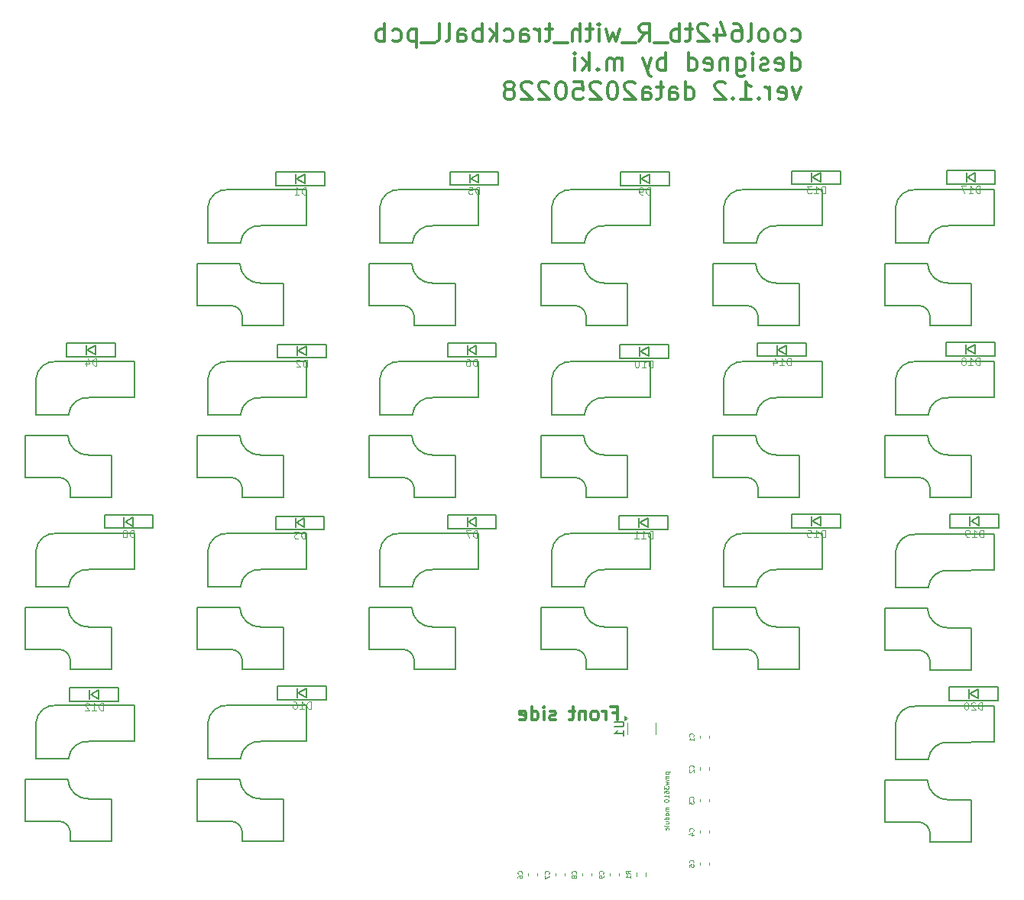
<source format=gbr>
%TF.GenerationSoftware,KiCad,Pcbnew,8.0.7*%
%TF.CreationDate,2025-02-28T21:37:25+09:00*%
%TF.ProjectId,cool642tb_R_with_tb,636f6f6c-3634-4327-9462-5f525f776974,rev?*%
%TF.SameCoordinates,Original*%
%TF.FileFunction,Legend,Bot*%
%TF.FilePolarity,Positive*%
%FSLAX46Y46*%
G04 Gerber Fmt 4.6, Leading zero omitted, Abs format (unit mm)*
G04 Created by KiCad (PCBNEW 8.0.7) date 2025-02-28 21:37:25*
%MOMM*%
%LPD*%
G01*
G04 APERTURE LIST*
%ADD10C,0.300000*%
%ADD11C,0.100000*%
%ADD12C,0.125000*%
%ADD13C,0.150000*%
%ADD14C,0.062500*%
%ADD15C,0.120000*%
G04 APERTURE END LIST*
D10*
X58549298Y23325376D02*
X58739774Y23230137D01*
X58739774Y23230137D02*
X59120727Y23230137D01*
X59120727Y23230137D02*
X59311203Y23325376D01*
X59311203Y23325376D02*
X59406441Y23420614D01*
X59406441Y23420614D02*
X59501679Y23611090D01*
X59501679Y23611090D02*
X59501679Y24182518D01*
X59501679Y24182518D02*
X59406441Y24372995D01*
X59406441Y24372995D02*
X59311203Y24468233D01*
X59311203Y24468233D02*
X59120727Y24563471D01*
X59120727Y24563471D02*
X58739774Y24563471D01*
X58739774Y24563471D02*
X58549298Y24468233D01*
X57406441Y23230137D02*
X57596917Y23325376D01*
X57596917Y23325376D02*
X57692155Y23420614D01*
X57692155Y23420614D02*
X57787393Y23611090D01*
X57787393Y23611090D02*
X57787393Y24182518D01*
X57787393Y24182518D02*
X57692155Y24372995D01*
X57692155Y24372995D02*
X57596917Y24468233D01*
X57596917Y24468233D02*
X57406441Y24563471D01*
X57406441Y24563471D02*
X57120726Y24563471D01*
X57120726Y24563471D02*
X56930250Y24468233D01*
X56930250Y24468233D02*
X56835012Y24372995D01*
X56835012Y24372995D02*
X56739774Y24182518D01*
X56739774Y24182518D02*
X56739774Y23611090D01*
X56739774Y23611090D02*
X56835012Y23420614D01*
X56835012Y23420614D02*
X56930250Y23325376D01*
X56930250Y23325376D02*
X57120726Y23230137D01*
X57120726Y23230137D02*
X57406441Y23230137D01*
X55596917Y23230137D02*
X55787393Y23325376D01*
X55787393Y23325376D02*
X55882631Y23420614D01*
X55882631Y23420614D02*
X55977869Y23611090D01*
X55977869Y23611090D02*
X55977869Y24182518D01*
X55977869Y24182518D02*
X55882631Y24372995D01*
X55882631Y24372995D02*
X55787393Y24468233D01*
X55787393Y24468233D02*
X55596917Y24563471D01*
X55596917Y24563471D02*
X55311202Y24563471D01*
X55311202Y24563471D02*
X55120726Y24468233D01*
X55120726Y24468233D02*
X55025488Y24372995D01*
X55025488Y24372995D02*
X54930250Y24182518D01*
X54930250Y24182518D02*
X54930250Y23611090D01*
X54930250Y23611090D02*
X55025488Y23420614D01*
X55025488Y23420614D02*
X55120726Y23325376D01*
X55120726Y23325376D02*
X55311202Y23230137D01*
X55311202Y23230137D02*
X55596917Y23230137D01*
X53787393Y23230137D02*
X53977869Y23325376D01*
X53977869Y23325376D02*
X54073107Y23515852D01*
X54073107Y23515852D02*
X54073107Y25230137D01*
X52168345Y25230137D02*
X52549298Y25230137D01*
X52549298Y25230137D02*
X52739774Y25134899D01*
X52739774Y25134899D02*
X52835012Y25039661D01*
X52835012Y25039661D02*
X53025488Y24753947D01*
X53025488Y24753947D02*
X53120726Y24372995D01*
X53120726Y24372995D02*
X53120726Y23611090D01*
X53120726Y23611090D02*
X53025488Y23420614D01*
X53025488Y23420614D02*
X52930250Y23325376D01*
X52930250Y23325376D02*
X52739774Y23230137D01*
X52739774Y23230137D02*
X52358821Y23230137D01*
X52358821Y23230137D02*
X52168345Y23325376D01*
X52168345Y23325376D02*
X52073107Y23420614D01*
X52073107Y23420614D02*
X51977869Y23611090D01*
X51977869Y23611090D02*
X51977869Y24087280D01*
X51977869Y24087280D02*
X52073107Y24277756D01*
X52073107Y24277756D02*
X52168345Y24372995D01*
X52168345Y24372995D02*
X52358821Y24468233D01*
X52358821Y24468233D02*
X52739774Y24468233D01*
X52739774Y24468233D02*
X52930250Y24372995D01*
X52930250Y24372995D02*
X53025488Y24277756D01*
X53025488Y24277756D02*
X53120726Y24087280D01*
X50263583Y24563471D02*
X50263583Y23230137D01*
X50739774Y25325376D02*
X51215964Y23896804D01*
X51215964Y23896804D02*
X49977869Y23896804D01*
X49311202Y25039661D02*
X49215964Y25134899D01*
X49215964Y25134899D02*
X49025488Y25230137D01*
X49025488Y25230137D02*
X48549297Y25230137D01*
X48549297Y25230137D02*
X48358821Y25134899D01*
X48358821Y25134899D02*
X48263583Y25039661D01*
X48263583Y25039661D02*
X48168345Y24849185D01*
X48168345Y24849185D02*
X48168345Y24658709D01*
X48168345Y24658709D02*
X48263583Y24372995D01*
X48263583Y24372995D02*
X49406440Y23230137D01*
X49406440Y23230137D02*
X48168345Y23230137D01*
X47596916Y24563471D02*
X46835012Y24563471D01*
X47311202Y25230137D02*
X47311202Y23515852D01*
X47311202Y23515852D02*
X47215964Y23325376D01*
X47215964Y23325376D02*
X47025488Y23230137D01*
X47025488Y23230137D02*
X46835012Y23230137D01*
X46168345Y23230137D02*
X46168345Y25230137D01*
X46168345Y24468233D02*
X45977869Y24563471D01*
X45977869Y24563471D02*
X45596916Y24563471D01*
X45596916Y24563471D02*
X45406440Y24468233D01*
X45406440Y24468233D02*
X45311202Y24372995D01*
X45311202Y24372995D02*
X45215964Y24182518D01*
X45215964Y24182518D02*
X45215964Y23611090D01*
X45215964Y23611090D02*
X45311202Y23420614D01*
X45311202Y23420614D02*
X45406440Y23325376D01*
X45406440Y23325376D02*
X45596916Y23230137D01*
X45596916Y23230137D02*
X45977869Y23230137D01*
X45977869Y23230137D02*
X46168345Y23325376D01*
X44835012Y23039661D02*
X43311202Y23039661D01*
X41692154Y23230137D02*
X42358821Y24182518D01*
X42835011Y23230137D02*
X42835011Y25230137D01*
X42835011Y25230137D02*
X42073106Y25230137D01*
X42073106Y25230137D02*
X41882630Y25134899D01*
X41882630Y25134899D02*
X41787392Y25039661D01*
X41787392Y25039661D02*
X41692154Y24849185D01*
X41692154Y24849185D02*
X41692154Y24563471D01*
X41692154Y24563471D02*
X41787392Y24372995D01*
X41787392Y24372995D02*
X41882630Y24277756D01*
X41882630Y24277756D02*
X42073106Y24182518D01*
X42073106Y24182518D02*
X42835011Y24182518D01*
X41311202Y23039661D02*
X39787392Y23039661D01*
X39501677Y24563471D02*
X39120725Y23230137D01*
X39120725Y23230137D02*
X38739772Y24182518D01*
X38739772Y24182518D02*
X38358820Y23230137D01*
X38358820Y23230137D02*
X37977868Y24563471D01*
X37215963Y23230137D02*
X37215963Y24563471D01*
X37215963Y25230137D02*
X37311201Y25134899D01*
X37311201Y25134899D02*
X37215963Y25039661D01*
X37215963Y25039661D02*
X37120725Y25134899D01*
X37120725Y25134899D02*
X37215963Y25230137D01*
X37215963Y25230137D02*
X37215963Y25039661D01*
X36549296Y24563471D02*
X35787392Y24563471D01*
X36263582Y25230137D02*
X36263582Y23515852D01*
X36263582Y23515852D02*
X36168344Y23325376D01*
X36168344Y23325376D02*
X35977868Y23230137D01*
X35977868Y23230137D02*
X35787392Y23230137D01*
X35120725Y23230137D02*
X35120725Y25230137D01*
X34263582Y23230137D02*
X34263582Y24277756D01*
X34263582Y24277756D02*
X34358820Y24468233D01*
X34358820Y24468233D02*
X34549296Y24563471D01*
X34549296Y24563471D02*
X34835011Y24563471D01*
X34835011Y24563471D02*
X35025487Y24468233D01*
X35025487Y24468233D02*
X35120725Y24372995D01*
X33787392Y23039661D02*
X32263582Y23039661D01*
X32073105Y24563471D02*
X31311201Y24563471D01*
X31787391Y25230137D02*
X31787391Y23515852D01*
X31787391Y23515852D02*
X31692153Y23325376D01*
X31692153Y23325376D02*
X31501677Y23230137D01*
X31501677Y23230137D02*
X31311201Y23230137D01*
X30644534Y23230137D02*
X30644534Y24563471D01*
X30644534Y24182518D02*
X30549296Y24372995D01*
X30549296Y24372995D02*
X30454058Y24468233D01*
X30454058Y24468233D02*
X30263582Y24563471D01*
X30263582Y24563471D02*
X30073105Y24563471D01*
X28549296Y23230137D02*
X28549296Y24277756D01*
X28549296Y24277756D02*
X28644534Y24468233D01*
X28644534Y24468233D02*
X28835010Y24563471D01*
X28835010Y24563471D02*
X29215963Y24563471D01*
X29215963Y24563471D02*
X29406439Y24468233D01*
X28549296Y23325376D02*
X28739772Y23230137D01*
X28739772Y23230137D02*
X29215963Y23230137D01*
X29215963Y23230137D02*
X29406439Y23325376D01*
X29406439Y23325376D02*
X29501677Y23515852D01*
X29501677Y23515852D02*
X29501677Y23706328D01*
X29501677Y23706328D02*
X29406439Y23896804D01*
X29406439Y23896804D02*
X29215963Y23992042D01*
X29215963Y23992042D02*
X28739772Y23992042D01*
X28739772Y23992042D02*
X28549296Y24087280D01*
X26739772Y23325376D02*
X26930248Y23230137D01*
X26930248Y23230137D02*
X27311201Y23230137D01*
X27311201Y23230137D02*
X27501677Y23325376D01*
X27501677Y23325376D02*
X27596915Y23420614D01*
X27596915Y23420614D02*
X27692153Y23611090D01*
X27692153Y23611090D02*
X27692153Y24182518D01*
X27692153Y24182518D02*
X27596915Y24372995D01*
X27596915Y24372995D02*
X27501677Y24468233D01*
X27501677Y24468233D02*
X27311201Y24563471D01*
X27311201Y24563471D02*
X26930248Y24563471D01*
X26930248Y24563471D02*
X26739772Y24468233D01*
X25882629Y23230137D02*
X25882629Y25230137D01*
X25692153Y23992042D02*
X25120724Y23230137D01*
X25120724Y24563471D02*
X25882629Y23801566D01*
X24263581Y23230137D02*
X24263581Y25230137D01*
X24263581Y24468233D02*
X24073105Y24563471D01*
X24073105Y24563471D02*
X23692152Y24563471D01*
X23692152Y24563471D02*
X23501676Y24468233D01*
X23501676Y24468233D02*
X23406438Y24372995D01*
X23406438Y24372995D02*
X23311200Y24182518D01*
X23311200Y24182518D02*
X23311200Y23611090D01*
X23311200Y23611090D02*
X23406438Y23420614D01*
X23406438Y23420614D02*
X23501676Y23325376D01*
X23501676Y23325376D02*
X23692152Y23230137D01*
X23692152Y23230137D02*
X24073105Y23230137D01*
X24073105Y23230137D02*
X24263581Y23325376D01*
X21596914Y23230137D02*
X21596914Y24277756D01*
X21596914Y24277756D02*
X21692152Y24468233D01*
X21692152Y24468233D02*
X21882628Y24563471D01*
X21882628Y24563471D02*
X22263581Y24563471D01*
X22263581Y24563471D02*
X22454057Y24468233D01*
X21596914Y23325376D02*
X21787390Y23230137D01*
X21787390Y23230137D02*
X22263581Y23230137D01*
X22263581Y23230137D02*
X22454057Y23325376D01*
X22454057Y23325376D02*
X22549295Y23515852D01*
X22549295Y23515852D02*
X22549295Y23706328D01*
X22549295Y23706328D02*
X22454057Y23896804D01*
X22454057Y23896804D02*
X22263581Y23992042D01*
X22263581Y23992042D02*
X21787390Y23992042D01*
X21787390Y23992042D02*
X21596914Y24087280D01*
X20358819Y23230137D02*
X20549295Y23325376D01*
X20549295Y23325376D02*
X20644533Y23515852D01*
X20644533Y23515852D02*
X20644533Y25230137D01*
X19311200Y23230137D02*
X19501676Y23325376D01*
X19501676Y23325376D02*
X19596914Y23515852D01*
X19596914Y23515852D02*
X19596914Y25230137D01*
X19025486Y23039661D02*
X17501676Y23039661D01*
X17025485Y24563471D02*
X17025485Y22563471D01*
X17025485Y24468233D02*
X16835009Y24563471D01*
X16835009Y24563471D02*
X16454056Y24563471D01*
X16454056Y24563471D02*
X16263580Y24468233D01*
X16263580Y24468233D02*
X16168342Y24372995D01*
X16168342Y24372995D02*
X16073104Y24182518D01*
X16073104Y24182518D02*
X16073104Y23611090D01*
X16073104Y23611090D02*
X16168342Y23420614D01*
X16168342Y23420614D02*
X16263580Y23325376D01*
X16263580Y23325376D02*
X16454056Y23230137D01*
X16454056Y23230137D02*
X16835009Y23230137D01*
X16835009Y23230137D02*
X17025485Y23325376D01*
X14358818Y23325376D02*
X14549294Y23230137D01*
X14549294Y23230137D02*
X14930247Y23230137D01*
X14930247Y23230137D02*
X15120723Y23325376D01*
X15120723Y23325376D02*
X15215961Y23420614D01*
X15215961Y23420614D02*
X15311199Y23611090D01*
X15311199Y23611090D02*
X15311199Y24182518D01*
X15311199Y24182518D02*
X15215961Y24372995D01*
X15215961Y24372995D02*
X15120723Y24468233D01*
X15120723Y24468233D02*
X14930247Y24563471D01*
X14930247Y24563471D02*
X14549294Y24563471D01*
X14549294Y24563471D02*
X14358818Y24468233D01*
X13501675Y23230137D02*
X13501675Y25230137D01*
X13501675Y24468233D02*
X13311199Y24563471D01*
X13311199Y24563471D02*
X12930246Y24563471D01*
X12930246Y24563471D02*
X12739770Y24468233D01*
X12739770Y24468233D02*
X12644532Y24372995D01*
X12644532Y24372995D02*
X12549294Y24182518D01*
X12549294Y24182518D02*
X12549294Y23611090D01*
X12549294Y23611090D02*
X12644532Y23420614D01*
X12644532Y23420614D02*
X12739770Y23325376D01*
X12739770Y23325376D02*
X12930246Y23230137D01*
X12930246Y23230137D02*
X13311199Y23230137D01*
X13311199Y23230137D02*
X13501675Y23325376D01*
X58549298Y20010249D02*
X58549298Y22010249D01*
X58549298Y20105488D02*
X58739774Y20010249D01*
X58739774Y20010249D02*
X59120727Y20010249D01*
X59120727Y20010249D02*
X59311203Y20105488D01*
X59311203Y20105488D02*
X59406441Y20200726D01*
X59406441Y20200726D02*
X59501679Y20391202D01*
X59501679Y20391202D02*
X59501679Y20962630D01*
X59501679Y20962630D02*
X59406441Y21153107D01*
X59406441Y21153107D02*
X59311203Y21248345D01*
X59311203Y21248345D02*
X59120727Y21343583D01*
X59120727Y21343583D02*
X58739774Y21343583D01*
X58739774Y21343583D02*
X58549298Y21248345D01*
X56835012Y20105488D02*
X57025488Y20010249D01*
X57025488Y20010249D02*
X57406441Y20010249D01*
X57406441Y20010249D02*
X57596917Y20105488D01*
X57596917Y20105488D02*
X57692155Y20295964D01*
X57692155Y20295964D02*
X57692155Y21057868D01*
X57692155Y21057868D02*
X57596917Y21248345D01*
X57596917Y21248345D02*
X57406441Y21343583D01*
X57406441Y21343583D02*
X57025488Y21343583D01*
X57025488Y21343583D02*
X56835012Y21248345D01*
X56835012Y21248345D02*
X56739774Y21057868D01*
X56739774Y21057868D02*
X56739774Y20867392D01*
X56739774Y20867392D02*
X57692155Y20676916D01*
X55977869Y20105488D02*
X55787393Y20010249D01*
X55787393Y20010249D02*
X55406441Y20010249D01*
X55406441Y20010249D02*
X55215964Y20105488D01*
X55215964Y20105488D02*
X55120726Y20295964D01*
X55120726Y20295964D02*
X55120726Y20391202D01*
X55120726Y20391202D02*
X55215964Y20581678D01*
X55215964Y20581678D02*
X55406441Y20676916D01*
X55406441Y20676916D02*
X55692155Y20676916D01*
X55692155Y20676916D02*
X55882631Y20772154D01*
X55882631Y20772154D02*
X55977869Y20962630D01*
X55977869Y20962630D02*
X55977869Y21057868D01*
X55977869Y21057868D02*
X55882631Y21248345D01*
X55882631Y21248345D02*
X55692155Y21343583D01*
X55692155Y21343583D02*
X55406441Y21343583D01*
X55406441Y21343583D02*
X55215964Y21248345D01*
X54263583Y20010249D02*
X54263583Y21343583D01*
X54263583Y22010249D02*
X54358821Y21915011D01*
X54358821Y21915011D02*
X54263583Y21819773D01*
X54263583Y21819773D02*
X54168345Y21915011D01*
X54168345Y21915011D02*
X54263583Y22010249D01*
X54263583Y22010249D02*
X54263583Y21819773D01*
X52454059Y21343583D02*
X52454059Y19724535D01*
X52454059Y19724535D02*
X52549297Y19534059D01*
X52549297Y19534059D02*
X52644535Y19438821D01*
X52644535Y19438821D02*
X52835012Y19343583D01*
X52835012Y19343583D02*
X53120726Y19343583D01*
X53120726Y19343583D02*
X53311202Y19438821D01*
X52454059Y20105488D02*
X52644535Y20010249D01*
X52644535Y20010249D02*
X53025488Y20010249D01*
X53025488Y20010249D02*
X53215964Y20105488D01*
X53215964Y20105488D02*
X53311202Y20200726D01*
X53311202Y20200726D02*
X53406440Y20391202D01*
X53406440Y20391202D02*
X53406440Y20962630D01*
X53406440Y20962630D02*
X53311202Y21153107D01*
X53311202Y21153107D02*
X53215964Y21248345D01*
X53215964Y21248345D02*
X53025488Y21343583D01*
X53025488Y21343583D02*
X52644535Y21343583D01*
X52644535Y21343583D02*
X52454059Y21248345D01*
X51501678Y21343583D02*
X51501678Y20010249D01*
X51501678Y21153107D02*
X51406440Y21248345D01*
X51406440Y21248345D02*
X51215964Y21343583D01*
X51215964Y21343583D02*
X50930249Y21343583D01*
X50930249Y21343583D02*
X50739773Y21248345D01*
X50739773Y21248345D02*
X50644535Y21057868D01*
X50644535Y21057868D02*
X50644535Y20010249D01*
X48930249Y20105488D02*
X49120725Y20010249D01*
X49120725Y20010249D02*
X49501678Y20010249D01*
X49501678Y20010249D02*
X49692154Y20105488D01*
X49692154Y20105488D02*
X49787392Y20295964D01*
X49787392Y20295964D02*
X49787392Y21057868D01*
X49787392Y21057868D02*
X49692154Y21248345D01*
X49692154Y21248345D02*
X49501678Y21343583D01*
X49501678Y21343583D02*
X49120725Y21343583D01*
X49120725Y21343583D02*
X48930249Y21248345D01*
X48930249Y21248345D02*
X48835011Y21057868D01*
X48835011Y21057868D02*
X48835011Y20867392D01*
X48835011Y20867392D02*
X49787392Y20676916D01*
X47120725Y20010249D02*
X47120725Y22010249D01*
X47120725Y20105488D02*
X47311201Y20010249D01*
X47311201Y20010249D02*
X47692154Y20010249D01*
X47692154Y20010249D02*
X47882630Y20105488D01*
X47882630Y20105488D02*
X47977868Y20200726D01*
X47977868Y20200726D02*
X48073106Y20391202D01*
X48073106Y20391202D02*
X48073106Y20962630D01*
X48073106Y20962630D02*
X47977868Y21153107D01*
X47977868Y21153107D02*
X47882630Y21248345D01*
X47882630Y21248345D02*
X47692154Y21343583D01*
X47692154Y21343583D02*
X47311201Y21343583D01*
X47311201Y21343583D02*
X47120725Y21248345D01*
X44644534Y20010249D02*
X44644534Y22010249D01*
X44644534Y21248345D02*
X44454058Y21343583D01*
X44454058Y21343583D02*
X44073105Y21343583D01*
X44073105Y21343583D02*
X43882629Y21248345D01*
X43882629Y21248345D02*
X43787391Y21153107D01*
X43787391Y21153107D02*
X43692153Y20962630D01*
X43692153Y20962630D02*
X43692153Y20391202D01*
X43692153Y20391202D02*
X43787391Y20200726D01*
X43787391Y20200726D02*
X43882629Y20105488D01*
X43882629Y20105488D02*
X44073105Y20010249D01*
X44073105Y20010249D02*
X44454058Y20010249D01*
X44454058Y20010249D02*
X44644534Y20105488D01*
X43025486Y21343583D02*
X42549296Y20010249D01*
X42073105Y21343583D02*
X42549296Y20010249D01*
X42549296Y20010249D02*
X42739772Y19534059D01*
X42739772Y19534059D02*
X42835010Y19438821D01*
X42835010Y19438821D02*
X43025486Y19343583D01*
X39787390Y20010249D02*
X39787390Y21343583D01*
X39787390Y21153107D02*
X39692152Y21248345D01*
X39692152Y21248345D02*
X39501676Y21343583D01*
X39501676Y21343583D02*
X39215961Y21343583D01*
X39215961Y21343583D02*
X39025485Y21248345D01*
X39025485Y21248345D02*
X38930247Y21057868D01*
X38930247Y21057868D02*
X38930247Y20010249D01*
X38930247Y21057868D02*
X38835009Y21248345D01*
X38835009Y21248345D02*
X38644533Y21343583D01*
X38644533Y21343583D02*
X38358819Y21343583D01*
X38358819Y21343583D02*
X38168342Y21248345D01*
X38168342Y21248345D02*
X38073104Y21057868D01*
X38073104Y21057868D02*
X38073104Y20010249D01*
X37120723Y20200726D02*
X37025485Y20105488D01*
X37025485Y20105488D02*
X37120723Y20010249D01*
X37120723Y20010249D02*
X37215961Y20105488D01*
X37215961Y20105488D02*
X37120723Y20200726D01*
X37120723Y20200726D02*
X37120723Y20010249D01*
X36168342Y20010249D02*
X36168342Y22010249D01*
X35977866Y20772154D02*
X35406437Y20010249D01*
X35406437Y21343583D02*
X36168342Y20581678D01*
X34549294Y20010249D02*
X34549294Y21343583D01*
X34549294Y22010249D02*
X34644532Y21915011D01*
X34644532Y21915011D02*
X34549294Y21819773D01*
X34549294Y21819773D02*
X34454056Y21915011D01*
X34454056Y21915011D02*
X34549294Y22010249D01*
X34549294Y22010249D02*
X34549294Y21819773D01*
X59596917Y18123695D02*
X59120727Y16790361D01*
X59120727Y16790361D02*
X58644536Y18123695D01*
X57120726Y16885600D02*
X57311202Y16790361D01*
X57311202Y16790361D02*
X57692155Y16790361D01*
X57692155Y16790361D02*
X57882631Y16885600D01*
X57882631Y16885600D02*
X57977869Y17076076D01*
X57977869Y17076076D02*
X57977869Y17837980D01*
X57977869Y17837980D02*
X57882631Y18028457D01*
X57882631Y18028457D02*
X57692155Y18123695D01*
X57692155Y18123695D02*
X57311202Y18123695D01*
X57311202Y18123695D02*
X57120726Y18028457D01*
X57120726Y18028457D02*
X57025488Y17837980D01*
X57025488Y17837980D02*
X57025488Y17647504D01*
X57025488Y17647504D02*
X57977869Y17457028D01*
X56168345Y16790361D02*
X56168345Y18123695D01*
X56168345Y17742742D02*
X56073107Y17933219D01*
X56073107Y17933219D02*
X55977869Y18028457D01*
X55977869Y18028457D02*
X55787393Y18123695D01*
X55787393Y18123695D02*
X55596916Y18123695D01*
X54930250Y16980838D02*
X54835012Y16885600D01*
X54835012Y16885600D02*
X54930250Y16790361D01*
X54930250Y16790361D02*
X55025488Y16885600D01*
X55025488Y16885600D02*
X54930250Y16980838D01*
X54930250Y16980838D02*
X54930250Y16790361D01*
X52930250Y16790361D02*
X54073107Y16790361D01*
X53501679Y16790361D02*
X53501679Y18790361D01*
X53501679Y18790361D02*
X53692155Y18504647D01*
X53692155Y18504647D02*
X53882631Y18314171D01*
X53882631Y18314171D02*
X54073107Y18218933D01*
X52073107Y16980838D02*
X51977869Y16885600D01*
X51977869Y16885600D02*
X52073107Y16790361D01*
X52073107Y16790361D02*
X52168345Y16885600D01*
X52168345Y16885600D02*
X52073107Y16980838D01*
X52073107Y16980838D02*
X52073107Y16790361D01*
X51215964Y18599885D02*
X51120726Y18695123D01*
X51120726Y18695123D02*
X50930250Y18790361D01*
X50930250Y18790361D02*
X50454059Y18790361D01*
X50454059Y18790361D02*
X50263583Y18695123D01*
X50263583Y18695123D02*
X50168345Y18599885D01*
X50168345Y18599885D02*
X50073107Y18409409D01*
X50073107Y18409409D02*
X50073107Y18218933D01*
X50073107Y18218933D02*
X50168345Y17933219D01*
X50168345Y17933219D02*
X51311202Y16790361D01*
X51311202Y16790361D02*
X50073107Y16790361D01*
X46835011Y16790361D02*
X46835011Y18790361D01*
X46835011Y16885600D02*
X47025487Y16790361D01*
X47025487Y16790361D02*
X47406440Y16790361D01*
X47406440Y16790361D02*
X47596916Y16885600D01*
X47596916Y16885600D02*
X47692154Y16980838D01*
X47692154Y16980838D02*
X47787392Y17171314D01*
X47787392Y17171314D02*
X47787392Y17742742D01*
X47787392Y17742742D02*
X47692154Y17933219D01*
X47692154Y17933219D02*
X47596916Y18028457D01*
X47596916Y18028457D02*
X47406440Y18123695D01*
X47406440Y18123695D02*
X47025487Y18123695D01*
X47025487Y18123695D02*
X46835011Y18028457D01*
X45025487Y16790361D02*
X45025487Y17837980D01*
X45025487Y17837980D02*
X45120725Y18028457D01*
X45120725Y18028457D02*
X45311201Y18123695D01*
X45311201Y18123695D02*
X45692154Y18123695D01*
X45692154Y18123695D02*
X45882630Y18028457D01*
X45025487Y16885600D02*
X45215963Y16790361D01*
X45215963Y16790361D02*
X45692154Y16790361D01*
X45692154Y16790361D02*
X45882630Y16885600D01*
X45882630Y16885600D02*
X45977868Y17076076D01*
X45977868Y17076076D02*
X45977868Y17266552D01*
X45977868Y17266552D02*
X45882630Y17457028D01*
X45882630Y17457028D02*
X45692154Y17552266D01*
X45692154Y17552266D02*
X45215963Y17552266D01*
X45215963Y17552266D02*
X45025487Y17647504D01*
X44358820Y18123695D02*
X43596916Y18123695D01*
X44073106Y18790361D02*
X44073106Y17076076D01*
X44073106Y17076076D02*
X43977868Y16885600D01*
X43977868Y16885600D02*
X43787392Y16790361D01*
X43787392Y16790361D02*
X43596916Y16790361D01*
X42073106Y16790361D02*
X42073106Y17837980D01*
X42073106Y17837980D02*
X42168344Y18028457D01*
X42168344Y18028457D02*
X42358820Y18123695D01*
X42358820Y18123695D02*
X42739773Y18123695D01*
X42739773Y18123695D02*
X42930249Y18028457D01*
X42073106Y16885600D02*
X42263582Y16790361D01*
X42263582Y16790361D02*
X42739773Y16790361D01*
X42739773Y16790361D02*
X42930249Y16885600D01*
X42930249Y16885600D02*
X43025487Y17076076D01*
X43025487Y17076076D02*
X43025487Y17266552D01*
X43025487Y17266552D02*
X42930249Y17457028D01*
X42930249Y17457028D02*
X42739773Y17552266D01*
X42739773Y17552266D02*
X42263582Y17552266D01*
X42263582Y17552266D02*
X42073106Y17647504D01*
X41215963Y18599885D02*
X41120725Y18695123D01*
X41120725Y18695123D02*
X40930249Y18790361D01*
X40930249Y18790361D02*
X40454058Y18790361D01*
X40454058Y18790361D02*
X40263582Y18695123D01*
X40263582Y18695123D02*
X40168344Y18599885D01*
X40168344Y18599885D02*
X40073106Y18409409D01*
X40073106Y18409409D02*
X40073106Y18218933D01*
X40073106Y18218933D02*
X40168344Y17933219D01*
X40168344Y17933219D02*
X41311201Y16790361D01*
X41311201Y16790361D02*
X40073106Y16790361D01*
X38835011Y18790361D02*
X38644534Y18790361D01*
X38644534Y18790361D02*
X38454058Y18695123D01*
X38454058Y18695123D02*
X38358820Y18599885D01*
X38358820Y18599885D02*
X38263582Y18409409D01*
X38263582Y18409409D02*
X38168344Y18028457D01*
X38168344Y18028457D02*
X38168344Y17552266D01*
X38168344Y17552266D02*
X38263582Y17171314D01*
X38263582Y17171314D02*
X38358820Y16980838D01*
X38358820Y16980838D02*
X38454058Y16885600D01*
X38454058Y16885600D02*
X38644534Y16790361D01*
X38644534Y16790361D02*
X38835011Y16790361D01*
X38835011Y16790361D02*
X39025487Y16885600D01*
X39025487Y16885600D02*
X39120725Y16980838D01*
X39120725Y16980838D02*
X39215963Y17171314D01*
X39215963Y17171314D02*
X39311201Y17552266D01*
X39311201Y17552266D02*
X39311201Y18028457D01*
X39311201Y18028457D02*
X39215963Y18409409D01*
X39215963Y18409409D02*
X39120725Y18599885D01*
X39120725Y18599885D02*
X39025487Y18695123D01*
X39025487Y18695123D02*
X38835011Y18790361D01*
X37406439Y18599885D02*
X37311201Y18695123D01*
X37311201Y18695123D02*
X37120725Y18790361D01*
X37120725Y18790361D02*
X36644534Y18790361D01*
X36644534Y18790361D02*
X36454058Y18695123D01*
X36454058Y18695123D02*
X36358820Y18599885D01*
X36358820Y18599885D02*
X36263582Y18409409D01*
X36263582Y18409409D02*
X36263582Y18218933D01*
X36263582Y18218933D02*
X36358820Y17933219D01*
X36358820Y17933219D02*
X37501677Y16790361D01*
X37501677Y16790361D02*
X36263582Y16790361D01*
X34454058Y18790361D02*
X35406439Y18790361D01*
X35406439Y18790361D02*
X35501677Y17837980D01*
X35501677Y17837980D02*
X35406439Y17933219D01*
X35406439Y17933219D02*
X35215963Y18028457D01*
X35215963Y18028457D02*
X34739772Y18028457D01*
X34739772Y18028457D02*
X34549296Y17933219D01*
X34549296Y17933219D02*
X34454058Y17837980D01*
X34454058Y17837980D02*
X34358820Y17647504D01*
X34358820Y17647504D02*
X34358820Y17171314D01*
X34358820Y17171314D02*
X34454058Y16980838D01*
X34454058Y16980838D02*
X34549296Y16885600D01*
X34549296Y16885600D02*
X34739772Y16790361D01*
X34739772Y16790361D02*
X35215963Y16790361D01*
X35215963Y16790361D02*
X35406439Y16885600D01*
X35406439Y16885600D02*
X35501677Y16980838D01*
X33120725Y18790361D02*
X32930248Y18790361D01*
X32930248Y18790361D02*
X32739772Y18695123D01*
X32739772Y18695123D02*
X32644534Y18599885D01*
X32644534Y18599885D02*
X32549296Y18409409D01*
X32549296Y18409409D02*
X32454058Y18028457D01*
X32454058Y18028457D02*
X32454058Y17552266D01*
X32454058Y17552266D02*
X32549296Y17171314D01*
X32549296Y17171314D02*
X32644534Y16980838D01*
X32644534Y16980838D02*
X32739772Y16885600D01*
X32739772Y16885600D02*
X32930248Y16790361D01*
X32930248Y16790361D02*
X33120725Y16790361D01*
X33120725Y16790361D02*
X33311201Y16885600D01*
X33311201Y16885600D02*
X33406439Y16980838D01*
X33406439Y16980838D02*
X33501677Y17171314D01*
X33501677Y17171314D02*
X33596915Y17552266D01*
X33596915Y17552266D02*
X33596915Y18028457D01*
X33596915Y18028457D02*
X33501677Y18409409D01*
X33501677Y18409409D02*
X33406439Y18599885D01*
X33406439Y18599885D02*
X33311201Y18695123D01*
X33311201Y18695123D02*
X33120725Y18790361D01*
X31692153Y18599885D02*
X31596915Y18695123D01*
X31596915Y18695123D02*
X31406439Y18790361D01*
X31406439Y18790361D02*
X30930248Y18790361D01*
X30930248Y18790361D02*
X30739772Y18695123D01*
X30739772Y18695123D02*
X30644534Y18599885D01*
X30644534Y18599885D02*
X30549296Y18409409D01*
X30549296Y18409409D02*
X30549296Y18218933D01*
X30549296Y18218933D02*
X30644534Y17933219D01*
X30644534Y17933219D02*
X31787391Y16790361D01*
X31787391Y16790361D02*
X30549296Y16790361D01*
X29787391Y18599885D02*
X29692153Y18695123D01*
X29692153Y18695123D02*
X29501677Y18790361D01*
X29501677Y18790361D02*
X29025486Y18790361D01*
X29025486Y18790361D02*
X28835010Y18695123D01*
X28835010Y18695123D02*
X28739772Y18599885D01*
X28739772Y18599885D02*
X28644534Y18409409D01*
X28644534Y18409409D02*
X28644534Y18218933D01*
X28644534Y18218933D02*
X28739772Y17933219D01*
X28739772Y17933219D02*
X29882629Y16790361D01*
X29882629Y16790361D02*
X28644534Y16790361D01*
X27501677Y17933219D02*
X27692153Y18028457D01*
X27692153Y18028457D02*
X27787391Y18123695D01*
X27787391Y18123695D02*
X27882629Y18314171D01*
X27882629Y18314171D02*
X27882629Y18409409D01*
X27882629Y18409409D02*
X27787391Y18599885D01*
X27787391Y18599885D02*
X27692153Y18695123D01*
X27692153Y18695123D02*
X27501677Y18790361D01*
X27501677Y18790361D02*
X27120724Y18790361D01*
X27120724Y18790361D02*
X26930248Y18695123D01*
X26930248Y18695123D02*
X26835010Y18599885D01*
X26835010Y18599885D02*
X26739772Y18409409D01*
X26739772Y18409409D02*
X26739772Y18314171D01*
X26739772Y18314171D02*
X26835010Y18123695D01*
X26835010Y18123695D02*
X26930248Y18028457D01*
X26930248Y18028457D02*
X27120724Y17933219D01*
X27120724Y17933219D02*
X27501677Y17933219D01*
X27501677Y17933219D02*
X27692153Y17837980D01*
X27692153Y17837980D02*
X27787391Y17742742D01*
X27787391Y17742742D02*
X27882629Y17552266D01*
X27882629Y17552266D02*
X27882629Y17171314D01*
X27882629Y17171314D02*
X27787391Y16980838D01*
X27787391Y16980838D02*
X27692153Y16885600D01*
X27692153Y16885600D02*
X27501677Y16790361D01*
X27501677Y16790361D02*
X27120724Y16790361D01*
X27120724Y16790361D02*
X26930248Y16885600D01*
X26930248Y16885600D02*
X26835010Y16980838D01*
X26835010Y16980838D02*
X26739772Y17171314D01*
X26739772Y17171314D02*
X26739772Y17552266D01*
X26739772Y17552266D02*
X26835010Y17742742D01*
X26835010Y17742742D02*
X26930248Y17837980D01*
X26930248Y17837980D02*
X27120724Y17933219D01*
D11*
X44623169Y-57722512D02*
X45123169Y-57722512D01*
X44646978Y-57722512D02*
X44623169Y-57770131D01*
X44623169Y-57770131D02*
X44623169Y-57865369D01*
X44623169Y-57865369D02*
X44646978Y-57912988D01*
X44646978Y-57912988D02*
X44670788Y-57936798D01*
X44670788Y-57936798D02*
X44718407Y-57960607D01*
X44718407Y-57960607D02*
X44861264Y-57960607D01*
X44861264Y-57960607D02*
X44908883Y-57936798D01*
X44908883Y-57936798D02*
X44932693Y-57912988D01*
X44932693Y-57912988D02*
X44956502Y-57865369D01*
X44956502Y-57865369D02*
X44956502Y-57770131D01*
X44956502Y-57770131D02*
X44932693Y-57722512D01*
X44956502Y-58174893D02*
X44623169Y-58174893D01*
X44670788Y-58174893D02*
X44646978Y-58198703D01*
X44646978Y-58198703D02*
X44623169Y-58246322D01*
X44623169Y-58246322D02*
X44623169Y-58317750D01*
X44623169Y-58317750D02*
X44646978Y-58365369D01*
X44646978Y-58365369D02*
X44694597Y-58389179D01*
X44694597Y-58389179D02*
X44956502Y-58389179D01*
X44694597Y-58389179D02*
X44646978Y-58412988D01*
X44646978Y-58412988D02*
X44623169Y-58460607D01*
X44623169Y-58460607D02*
X44623169Y-58532036D01*
X44623169Y-58532036D02*
X44646978Y-58579655D01*
X44646978Y-58579655D02*
X44694597Y-58603465D01*
X44694597Y-58603465D02*
X44956502Y-58603465D01*
X44623169Y-58793941D02*
X44956502Y-58889179D01*
X44956502Y-58889179D02*
X44718407Y-58984417D01*
X44718407Y-58984417D02*
X44956502Y-59079655D01*
X44956502Y-59079655D02*
X44623169Y-59174893D01*
X44456502Y-59317751D02*
X44456502Y-59627275D01*
X44456502Y-59627275D02*
X44646978Y-59460608D01*
X44646978Y-59460608D02*
X44646978Y-59532037D01*
X44646978Y-59532037D02*
X44670788Y-59579656D01*
X44670788Y-59579656D02*
X44694597Y-59603465D01*
X44694597Y-59603465D02*
X44742216Y-59627275D01*
X44742216Y-59627275D02*
X44861264Y-59627275D01*
X44861264Y-59627275D02*
X44908883Y-59603465D01*
X44908883Y-59603465D02*
X44932693Y-59579656D01*
X44932693Y-59579656D02*
X44956502Y-59532037D01*
X44956502Y-59532037D02*
X44956502Y-59389180D01*
X44956502Y-59389180D02*
X44932693Y-59341561D01*
X44932693Y-59341561D02*
X44908883Y-59317751D01*
X44456502Y-60055846D02*
X44456502Y-59960608D01*
X44456502Y-59960608D02*
X44480312Y-59912989D01*
X44480312Y-59912989D02*
X44504121Y-59889179D01*
X44504121Y-59889179D02*
X44575550Y-59841560D01*
X44575550Y-59841560D02*
X44670788Y-59817751D01*
X44670788Y-59817751D02*
X44861264Y-59817751D01*
X44861264Y-59817751D02*
X44908883Y-59841560D01*
X44908883Y-59841560D02*
X44932693Y-59865370D01*
X44932693Y-59865370D02*
X44956502Y-59912989D01*
X44956502Y-59912989D02*
X44956502Y-60008227D01*
X44956502Y-60008227D02*
X44932693Y-60055846D01*
X44932693Y-60055846D02*
X44908883Y-60079655D01*
X44908883Y-60079655D02*
X44861264Y-60103465D01*
X44861264Y-60103465D02*
X44742216Y-60103465D01*
X44742216Y-60103465D02*
X44694597Y-60079655D01*
X44694597Y-60079655D02*
X44670788Y-60055846D01*
X44670788Y-60055846D02*
X44646978Y-60008227D01*
X44646978Y-60008227D02*
X44646978Y-59912989D01*
X44646978Y-59912989D02*
X44670788Y-59865370D01*
X44670788Y-59865370D02*
X44694597Y-59841560D01*
X44694597Y-59841560D02*
X44742216Y-59817751D01*
X44956502Y-60579655D02*
X44956502Y-60293941D01*
X44956502Y-60436798D02*
X44456502Y-60436798D01*
X44456502Y-60436798D02*
X44527931Y-60389179D01*
X44527931Y-60389179D02*
X44575550Y-60341560D01*
X44575550Y-60341560D02*
X44599359Y-60293941D01*
X44456502Y-60889178D02*
X44456502Y-60936797D01*
X44456502Y-60936797D02*
X44480312Y-60984416D01*
X44480312Y-60984416D02*
X44504121Y-61008226D01*
X44504121Y-61008226D02*
X44551740Y-61032035D01*
X44551740Y-61032035D02*
X44646978Y-61055845D01*
X44646978Y-61055845D02*
X44766026Y-61055845D01*
X44766026Y-61055845D02*
X44861264Y-61032035D01*
X44861264Y-61032035D02*
X44908883Y-61008226D01*
X44908883Y-61008226D02*
X44932693Y-60984416D01*
X44932693Y-60984416D02*
X44956502Y-60936797D01*
X44956502Y-60936797D02*
X44956502Y-60889178D01*
X44956502Y-60889178D02*
X44932693Y-60841559D01*
X44932693Y-60841559D02*
X44908883Y-60817750D01*
X44908883Y-60817750D02*
X44861264Y-60793940D01*
X44861264Y-60793940D02*
X44766026Y-60770131D01*
X44766026Y-60770131D02*
X44646978Y-60770131D01*
X44646978Y-60770131D02*
X44551740Y-60793940D01*
X44551740Y-60793940D02*
X44504121Y-60817750D01*
X44504121Y-60817750D02*
X44480312Y-60841559D01*
X44480312Y-60841559D02*
X44456502Y-60889178D01*
X44956502Y-61651082D02*
X44623169Y-61651082D01*
X44670788Y-61651082D02*
X44646978Y-61674892D01*
X44646978Y-61674892D02*
X44623169Y-61722511D01*
X44623169Y-61722511D02*
X44623169Y-61793939D01*
X44623169Y-61793939D02*
X44646978Y-61841558D01*
X44646978Y-61841558D02*
X44694597Y-61865368D01*
X44694597Y-61865368D02*
X44956502Y-61865368D01*
X44694597Y-61865368D02*
X44646978Y-61889177D01*
X44646978Y-61889177D02*
X44623169Y-61936796D01*
X44623169Y-61936796D02*
X44623169Y-62008225D01*
X44623169Y-62008225D02*
X44646978Y-62055844D01*
X44646978Y-62055844D02*
X44694597Y-62079654D01*
X44694597Y-62079654D02*
X44956502Y-62079654D01*
X44956502Y-62389178D02*
X44932693Y-62341559D01*
X44932693Y-62341559D02*
X44908883Y-62317749D01*
X44908883Y-62317749D02*
X44861264Y-62293940D01*
X44861264Y-62293940D02*
X44718407Y-62293940D01*
X44718407Y-62293940D02*
X44670788Y-62317749D01*
X44670788Y-62317749D02*
X44646978Y-62341559D01*
X44646978Y-62341559D02*
X44623169Y-62389178D01*
X44623169Y-62389178D02*
X44623169Y-62460606D01*
X44623169Y-62460606D02*
X44646978Y-62508225D01*
X44646978Y-62508225D02*
X44670788Y-62532035D01*
X44670788Y-62532035D02*
X44718407Y-62555844D01*
X44718407Y-62555844D02*
X44861264Y-62555844D01*
X44861264Y-62555844D02*
X44908883Y-62532035D01*
X44908883Y-62532035D02*
X44932693Y-62508225D01*
X44932693Y-62508225D02*
X44956502Y-62460606D01*
X44956502Y-62460606D02*
X44956502Y-62389178D01*
X44956502Y-62984416D02*
X44456502Y-62984416D01*
X44932693Y-62984416D02*
X44956502Y-62936797D01*
X44956502Y-62936797D02*
X44956502Y-62841559D01*
X44956502Y-62841559D02*
X44932693Y-62793940D01*
X44932693Y-62793940D02*
X44908883Y-62770130D01*
X44908883Y-62770130D02*
X44861264Y-62746321D01*
X44861264Y-62746321D02*
X44718407Y-62746321D01*
X44718407Y-62746321D02*
X44670788Y-62770130D01*
X44670788Y-62770130D02*
X44646978Y-62793940D01*
X44646978Y-62793940D02*
X44623169Y-62841559D01*
X44623169Y-62841559D02*
X44623169Y-62936797D01*
X44623169Y-62936797D02*
X44646978Y-62984416D01*
X44623169Y-63436797D02*
X44956502Y-63436797D01*
X44623169Y-63222511D02*
X44885073Y-63222511D01*
X44885073Y-63222511D02*
X44932693Y-63246321D01*
X44932693Y-63246321D02*
X44956502Y-63293940D01*
X44956502Y-63293940D02*
X44956502Y-63365368D01*
X44956502Y-63365368D02*
X44932693Y-63412987D01*
X44932693Y-63412987D02*
X44908883Y-63436797D01*
X44956502Y-63746321D02*
X44932693Y-63698702D01*
X44932693Y-63698702D02*
X44885073Y-63674892D01*
X44885073Y-63674892D02*
X44456502Y-63674892D01*
X44932693Y-64127273D02*
X44956502Y-64079654D01*
X44956502Y-64079654D02*
X44956502Y-63984416D01*
X44956502Y-63984416D02*
X44932693Y-63936797D01*
X44932693Y-63936797D02*
X44885073Y-63912988D01*
X44885073Y-63912988D02*
X44694597Y-63912988D01*
X44694597Y-63912988D02*
X44646978Y-63936797D01*
X44646978Y-63936797D02*
X44623169Y-63984416D01*
X44623169Y-63984416D02*
X44623169Y-64079654D01*
X44623169Y-64079654D02*
X44646978Y-64127273D01*
X44646978Y-64127273D02*
X44694597Y-64151083D01*
X44694597Y-64151083D02*
X44742216Y-64151083D01*
X44742216Y-64151083D02*
X44789835Y-63912988D01*
D10*
X38768382Y-51190007D02*
X39268382Y-51190007D01*
X39268382Y-51975721D02*
X39268382Y-50475721D01*
X39268382Y-50475721D02*
X38554096Y-50475721D01*
X37982668Y-51975721D02*
X37982668Y-50975721D01*
X37982668Y-51261435D02*
X37911239Y-51118578D01*
X37911239Y-51118578D02*
X37839811Y-51047150D01*
X37839811Y-51047150D02*
X37696953Y-50975721D01*
X37696953Y-50975721D02*
X37554096Y-50975721D01*
X36839811Y-51975721D02*
X36982668Y-51904293D01*
X36982668Y-51904293D02*
X37054097Y-51832864D01*
X37054097Y-51832864D02*
X37125525Y-51690007D01*
X37125525Y-51690007D02*
X37125525Y-51261435D01*
X37125525Y-51261435D02*
X37054097Y-51118578D01*
X37054097Y-51118578D02*
X36982668Y-51047150D01*
X36982668Y-51047150D02*
X36839811Y-50975721D01*
X36839811Y-50975721D02*
X36625525Y-50975721D01*
X36625525Y-50975721D02*
X36482668Y-51047150D01*
X36482668Y-51047150D02*
X36411240Y-51118578D01*
X36411240Y-51118578D02*
X36339811Y-51261435D01*
X36339811Y-51261435D02*
X36339811Y-51690007D01*
X36339811Y-51690007D02*
X36411240Y-51832864D01*
X36411240Y-51832864D02*
X36482668Y-51904293D01*
X36482668Y-51904293D02*
X36625525Y-51975721D01*
X36625525Y-51975721D02*
X36839811Y-51975721D01*
X35696954Y-50975721D02*
X35696954Y-51975721D01*
X35696954Y-51118578D02*
X35625525Y-51047150D01*
X35625525Y-51047150D02*
X35482668Y-50975721D01*
X35482668Y-50975721D02*
X35268382Y-50975721D01*
X35268382Y-50975721D02*
X35125525Y-51047150D01*
X35125525Y-51047150D02*
X35054097Y-51190007D01*
X35054097Y-51190007D02*
X35054097Y-51975721D01*
X34554096Y-50975721D02*
X33982668Y-50975721D01*
X34339811Y-50475721D02*
X34339811Y-51761435D01*
X34339811Y-51761435D02*
X34268382Y-51904293D01*
X34268382Y-51904293D02*
X34125525Y-51975721D01*
X34125525Y-51975721D02*
X33982668Y-51975721D01*
X32411239Y-51904293D02*
X32268382Y-51975721D01*
X32268382Y-51975721D02*
X31982668Y-51975721D01*
X31982668Y-51975721D02*
X31839811Y-51904293D01*
X31839811Y-51904293D02*
X31768382Y-51761435D01*
X31768382Y-51761435D02*
X31768382Y-51690007D01*
X31768382Y-51690007D02*
X31839811Y-51547150D01*
X31839811Y-51547150D02*
X31982668Y-51475721D01*
X31982668Y-51475721D02*
X32196954Y-51475721D01*
X32196954Y-51475721D02*
X32339811Y-51404293D01*
X32339811Y-51404293D02*
X32411239Y-51261435D01*
X32411239Y-51261435D02*
X32411239Y-51190007D01*
X32411239Y-51190007D02*
X32339811Y-51047150D01*
X32339811Y-51047150D02*
X32196954Y-50975721D01*
X32196954Y-50975721D02*
X31982668Y-50975721D01*
X31982668Y-50975721D02*
X31839811Y-51047150D01*
X31125525Y-51975721D02*
X31125525Y-50975721D01*
X31125525Y-50475721D02*
X31196953Y-50547150D01*
X31196953Y-50547150D02*
X31125525Y-50618578D01*
X31125525Y-50618578D02*
X31054096Y-50547150D01*
X31054096Y-50547150D02*
X31125525Y-50475721D01*
X31125525Y-50475721D02*
X31125525Y-50618578D01*
X29768382Y-51975721D02*
X29768382Y-50475721D01*
X29768382Y-51904293D02*
X29911239Y-51975721D01*
X29911239Y-51975721D02*
X30196953Y-51975721D01*
X30196953Y-51975721D02*
X30339810Y-51904293D01*
X30339810Y-51904293D02*
X30411239Y-51832864D01*
X30411239Y-51832864D02*
X30482667Y-51690007D01*
X30482667Y-51690007D02*
X30482667Y-51261435D01*
X30482667Y-51261435D02*
X30411239Y-51118578D01*
X30411239Y-51118578D02*
X30339810Y-51047150D01*
X30339810Y-51047150D02*
X30196953Y-50975721D01*
X30196953Y-50975721D02*
X29911239Y-50975721D01*
X29911239Y-50975721D02*
X29768382Y-51047150D01*
X28482667Y-51904293D02*
X28625524Y-51975721D01*
X28625524Y-51975721D02*
X28911239Y-51975721D01*
X28911239Y-51975721D02*
X29054096Y-51904293D01*
X29054096Y-51904293D02*
X29125524Y-51761435D01*
X29125524Y-51761435D02*
X29125524Y-51190007D01*
X29125524Y-51190007D02*
X29054096Y-51047150D01*
X29054096Y-51047150D02*
X28911239Y-50975721D01*
X28911239Y-50975721D02*
X28625524Y-50975721D01*
X28625524Y-50975721D02*
X28482667Y-51047150D01*
X28482667Y-51047150D02*
X28411239Y-51190007D01*
X28411239Y-51190007D02*
X28411239Y-51332864D01*
X28411239Y-51332864D02*
X29125524Y-51475721D01*
D12*
X23740475Y-31773595D02*
X23740475Y-30973595D01*
X23740475Y-30973595D02*
X23549999Y-30973595D01*
X23549999Y-30973595D02*
X23435713Y-31011690D01*
X23435713Y-31011690D02*
X23359523Y-31087880D01*
X23359523Y-31087880D02*
X23321428Y-31164071D01*
X23321428Y-31164071D02*
X23283332Y-31316452D01*
X23283332Y-31316452D02*
X23283332Y-31430738D01*
X23283332Y-31430738D02*
X23321428Y-31583119D01*
X23321428Y-31583119D02*
X23359523Y-31659309D01*
X23359523Y-31659309D02*
X23435713Y-31735500D01*
X23435713Y-31735500D02*
X23549999Y-31773595D01*
X23549999Y-31773595D02*
X23740475Y-31773595D01*
X23016666Y-30973595D02*
X22483332Y-30973595D01*
X22483332Y-30973595D02*
X22826190Y-31773595D01*
X43151428Y-31863595D02*
X43151428Y-31063595D01*
X43151428Y-31063595D02*
X42960952Y-31063595D01*
X42960952Y-31063595D02*
X42846666Y-31101690D01*
X42846666Y-31101690D02*
X42770476Y-31177880D01*
X42770476Y-31177880D02*
X42732381Y-31254071D01*
X42732381Y-31254071D02*
X42694285Y-31406452D01*
X42694285Y-31406452D02*
X42694285Y-31520738D01*
X42694285Y-31520738D02*
X42732381Y-31673119D01*
X42732381Y-31673119D02*
X42770476Y-31749309D01*
X42770476Y-31749309D02*
X42846666Y-31825500D01*
X42846666Y-31825500D02*
X42960952Y-31863595D01*
X42960952Y-31863595D02*
X43151428Y-31863595D01*
X41932381Y-31863595D02*
X42389524Y-31863595D01*
X42160952Y-31863595D02*
X42160952Y-31063595D01*
X42160952Y-31063595D02*
X42237143Y-31177880D01*
X42237143Y-31177880D02*
X42313333Y-31254071D01*
X42313333Y-31254071D02*
X42389524Y-31292166D01*
X41170476Y-31863595D02*
X41627619Y-31863595D01*
X41399047Y-31863595D02*
X41399047Y-31063595D01*
X41399047Y-31063595D02*
X41475238Y-31177880D01*
X41475238Y-31177880D02*
X41551428Y-31254071D01*
X41551428Y-31254071D02*
X41627619Y-31292166D01*
X79681428Y-50823595D02*
X79681428Y-50023595D01*
X79681428Y-50023595D02*
X79490952Y-50023595D01*
X79490952Y-50023595D02*
X79376666Y-50061690D01*
X79376666Y-50061690D02*
X79300476Y-50137880D01*
X79300476Y-50137880D02*
X79262381Y-50214071D01*
X79262381Y-50214071D02*
X79224285Y-50366452D01*
X79224285Y-50366452D02*
X79224285Y-50480738D01*
X79224285Y-50480738D02*
X79262381Y-50633119D01*
X79262381Y-50633119D02*
X79300476Y-50709309D01*
X79300476Y-50709309D02*
X79376666Y-50785500D01*
X79376666Y-50785500D02*
X79490952Y-50823595D01*
X79490952Y-50823595D02*
X79681428Y-50823595D01*
X78919524Y-50099785D02*
X78881428Y-50061690D01*
X78881428Y-50061690D02*
X78805238Y-50023595D01*
X78805238Y-50023595D02*
X78614762Y-50023595D01*
X78614762Y-50023595D02*
X78538571Y-50061690D01*
X78538571Y-50061690D02*
X78500476Y-50099785D01*
X78500476Y-50099785D02*
X78462381Y-50175976D01*
X78462381Y-50175976D02*
X78462381Y-50252166D01*
X78462381Y-50252166D02*
X78500476Y-50366452D01*
X78500476Y-50366452D02*
X78957619Y-50823595D01*
X78957619Y-50823595D02*
X78462381Y-50823595D01*
X77967142Y-50023595D02*
X77890952Y-50023595D01*
X77890952Y-50023595D02*
X77814761Y-50061690D01*
X77814761Y-50061690D02*
X77776666Y-50099785D01*
X77776666Y-50099785D02*
X77738571Y-50175976D01*
X77738571Y-50175976D02*
X77700476Y-50328357D01*
X77700476Y-50328357D02*
X77700476Y-50518833D01*
X77700476Y-50518833D02*
X77738571Y-50671214D01*
X77738571Y-50671214D02*
X77776666Y-50747404D01*
X77776666Y-50747404D02*
X77814761Y-50785500D01*
X77814761Y-50785500D02*
X77890952Y-50823595D01*
X77890952Y-50823595D02*
X77967142Y-50823595D01*
X77967142Y-50823595D02*
X78043333Y-50785500D01*
X78043333Y-50785500D02*
X78081428Y-50747404D01*
X78081428Y-50747404D02*
X78119523Y-50671214D01*
X78119523Y-50671214D02*
X78157619Y-50518833D01*
X78157619Y-50518833D02*
X78157619Y-50328357D01*
X78157619Y-50328357D02*
X78119523Y-50175976D01*
X78119523Y-50175976D02*
X78081428Y-50099785D01*
X78081428Y-50099785D02*
X78043333Y-50061690D01*
X78043333Y-50061690D02*
X77967142Y-50023595D01*
X62281428Y6376404D02*
X62281428Y7176404D01*
X62281428Y7176404D02*
X62090952Y7176404D01*
X62090952Y7176404D02*
X61976666Y7138309D01*
X61976666Y7138309D02*
X61900476Y7062119D01*
X61900476Y7062119D02*
X61862381Y6985928D01*
X61862381Y6985928D02*
X61824285Y6833547D01*
X61824285Y6833547D02*
X61824285Y6719261D01*
X61824285Y6719261D02*
X61862381Y6566880D01*
X61862381Y6566880D02*
X61900476Y6490690D01*
X61900476Y6490690D02*
X61976666Y6414500D01*
X61976666Y6414500D02*
X62090952Y6376404D01*
X62090952Y6376404D02*
X62281428Y6376404D01*
X61062381Y6376404D02*
X61519524Y6376404D01*
X61290952Y6376404D02*
X61290952Y7176404D01*
X61290952Y7176404D02*
X61367143Y7062119D01*
X61367143Y7062119D02*
X61443333Y6985928D01*
X61443333Y6985928D02*
X61519524Y6947833D01*
X60795714Y7176404D02*
X60300476Y7176404D01*
X60300476Y7176404D02*
X60567142Y6871642D01*
X60567142Y6871642D02*
X60452857Y6871642D01*
X60452857Y6871642D02*
X60376666Y6833547D01*
X60376666Y6833547D02*
X60338571Y6795452D01*
X60338571Y6795452D02*
X60300476Y6719261D01*
X60300476Y6719261D02*
X60300476Y6528785D01*
X60300476Y6528785D02*
X60338571Y6452595D01*
X60338571Y6452595D02*
X60376666Y6414500D01*
X60376666Y6414500D02*
X60452857Y6376404D01*
X60452857Y6376404D02*
X60681428Y6376404D01*
X60681428Y6376404D02*
X60757619Y6414500D01*
X60757619Y6414500D02*
X60795714Y6452595D01*
X62281428Y-31713595D02*
X62281428Y-30913595D01*
X62281428Y-30913595D02*
X62090952Y-30913595D01*
X62090952Y-30913595D02*
X61976666Y-30951690D01*
X61976666Y-30951690D02*
X61900476Y-31027880D01*
X61900476Y-31027880D02*
X61862381Y-31104071D01*
X61862381Y-31104071D02*
X61824285Y-31256452D01*
X61824285Y-31256452D02*
X61824285Y-31370738D01*
X61824285Y-31370738D02*
X61862381Y-31523119D01*
X61862381Y-31523119D02*
X61900476Y-31599309D01*
X61900476Y-31599309D02*
X61976666Y-31675500D01*
X61976666Y-31675500D02*
X62090952Y-31713595D01*
X62090952Y-31713595D02*
X62281428Y-31713595D01*
X61062381Y-31713595D02*
X61519524Y-31713595D01*
X61290952Y-31713595D02*
X61290952Y-30913595D01*
X61290952Y-30913595D02*
X61367143Y-31027880D01*
X61367143Y-31027880D02*
X61443333Y-31104071D01*
X61443333Y-31104071D02*
X61519524Y-31142166D01*
X60338571Y-30913595D02*
X60719523Y-30913595D01*
X60719523Y-30913595D02*
X60757619Y-31294547D01*
X60757619Y-31294547D02*
X60719523Y-31256452D01*
X60719523Y-31256452D02*
X60643333Y-31218357D01*
X60643333Y-31218357D02*
X60452857Y-31218357D01*
X60452857Y-31218357D02*
X60376666Y-31256452D01*
X60376666Y-31256452D02*
X60338571Y-31294547D01*
X60338571Y-31294547D02*
X60300476Y-31370738D01*
X60300476Y-31370738D02*
X60300476Y-31561214D01*
X60300476Y-31561214D02*
X60338571Y-31637404D01*
X60338571Y-31637404D02*
X60376666Y-31675500D01*
X60376666Y-31675500D02*
X60452857Y-31713595D01*
X60452857Y-31713595D02*
X60643333Y-31713595D01*
X60643333Y-31713595D02*
X60719523Y-31675500D01*
X60719523Y-31675500D02*
X60757619Y-31637404D01*
X4750475Y6236404D02*
X4750475Y7036404D01*
X4750475Y7036404D02*
X4559999Y7036404D01*
X4559999Y7036404D02*
X4445713Y6998309D01*
X4445713Y6998309D02*
X4369523Y6922119D01*
X4369523Y6922119D02*
X4331428Y6845928D01*
X4331428Y6845928D02*
X4293332Y6693547D01*
X4293332Y6693547D02*
X4293332Y6579261D01*
X4293332Y6579261D02*
X4331428Y6426880D01*
X4331428Y6426880D02*
X4369523Y6350690D01*
X4369523Y6350690D02*
X4445713Y6274500D01*
X4445713Y6274500D02*
X4559999Y6236404D01*
X4559999Y6236404D02*
X4750475Y6236404D01*
X3531428Y6236404D02*
X3988571Y6236404D01*
X3759999Y6236404D02*
X3759999Y7036404D01*
X3759999Y7036404D02*
X3836190Y6922119D01*
X3836190Y6922119D02*
X3912380Y6845928D01*
X3912380Y6845928D02*
X3988571Y6807833D01*
X42890475Y6236404D02*
X42890475Y7036404D01*
X42890475Y7036404D02*
X42699999Y7036404D01*
X42699999Y7036404D02*
X42585713Y6998309D01*
X42585713Y6998309D02*
X42509523Y6922119D01*
X42509523Y6922119D02*
X42471428Y6845928D01*
X42471428Y6845928D02*
X42433332Y6693547D01*
X42433332Y6693547D02*
X42433332Y6579261D01*
X42433332Y6579261D02*
X42471428Y6426880D01*
X42471428Y6426880D02*
X42509523Y6350690D01*
X42509523Y6350690D02*
X42585713Y6274500D01*
X42585713Y6274500D02*
X42699999Y6236404D01*
X42699999Y6236404D02*
X42890475Y6236404D01*
X42052380Y6236404D02*
X41899999Y6236404D01*
X41899999Y6236404D02*
X41823809Y6274500D01*
X41823809Y6274500D02*
X41785713Y6312595D01*
X41785713Y6312595D02*
X41709523Y6426880D01*
X41709523Y6426880D02*
X41671428Y6579261D01*
X41671428Y6579261D02*
X41671428Y6884023D01*
X41671428Y6884023D02*
X41709523Y6960214D01*
X41709523Y6960214D02*
X41747618Y6998309D01*
X41747618Y6998309D02*
X41823809Y7036404D01*
X41823809Y7036404D02*
X41976190Y7036404D01*
X41976190Y7036404D02*
X42052380Y6998309D01*
X42052380Y6998309D02*
X42090475Y6960214D01*
X42090475Y6960214D02*
X42128571Y6884023D01*
X42128571Y6884023D02*
X42128571Y6693547D01*
X42128571Y6693547D02*
X42090475Y6617357D01*
X42090475Y6617357D02*
X42052380Y6579261D01*
X42052380Y6579261D02*
X41976190Y6541166D01*
X41976190Y6541166D02*
X41823809Y6541166D01*
X41823809Y6541166D02*
X41747618Y6579261D01*
X41747618Y6579261D02*
X41709523Y6617357D01*
X41709523Y6617357D02*
X41671428Y6693547D01*
X79411428Y6416404D02*
X79411428Y7216404D01*
X79411428Y7216404D02*
X79220952Y7216404D01*
X79220952Y7216404D02*
X79106666Y7178309D01*
X79106666Y7178309D02*
X79030476Y7102119D01*
X79030476Y7102119D02*
X78992381Y7025928D01*
X78992381Y7025928D02*
X78954285Y6873547D01*
X78954285Y6873547D02*
X78954285Y6759261D01*
X78954285Y6759261D02*
X78992381Y6606880D01*
X78992381Y6606880D02*
X79030476Y6530690D01*
X79030476Y6530690D02*
X79106666Y6454500D01*
X79106666Y6454500D02*
X79220952Y6416404D01*
X79220952Y6416404D02*
X79411428Y6416404D01*
X78192381Y6416404D02*
X78649524Y6416404D01*
X78420952Y6416404D02*
X78420952Y7216404D01*
X78420952Y7216404D02*
X78497143Y7102119D01*
X78497143Y7102119D02*
X78573333Y7025928D01*
X78573333Y7025928D02*
X78649524Y6987833D01*
X77925714Y7216404D02*
X77392380Y7216404D01*
X77392380Y7216404D02*
X77735238Y6416404D01*
X-18449524Y-12713595D02*
X-18449524Y-11913595D01*
X-18449524Y-11913595D02*
X-18640000Y-11913595D01*
X-18640000Y-11913595D02*
X-18754286Y-11951690D01*
X-18754286Y-11951690D02*
X-18830476Y-12027880D01*
X-18830476Y-12027880D02*
X-18868571Y-12104071D01*
X-18868571Y-12104071D02*
X-18906667Y-12256452D01*
X-18906667Y-12256452D02*
X-18906667Y-12370738D01*
X-18906667Y-12370738D02*
X-18868571Y-12523119D01*
X-18868571Y-12523119D02*
X-18830476Y-12599309D01*
X-18830476Y-12599309D02*
X-18754286Y-12675500D01*
X-18754286Y-12675500D02*
X-18640000Y-12713595D01*
X-18640000Y-12713595D02*
X-18449524Y-12713595D01*
X-19592381Y-12180261D02*
X-19592381Y-12713595D01*
X-19401905Y-11875500D02*
X-19211428Y-12446928D01*
X-19211428Y-12446928D02*
X-19706667Y-12446928D01*
X5301428Y-50733595D02*
X5301428Y-49933595D01*
X5301428Y-49933595D02*
X5110952Y-49933595D01*
X5110952Y-49933595D02*
X4996666Y-49971690D01*
X4996666Y-49971690D02*
X4920476Y-50047880D01*
X4920476Y-50047880D02*
X4882381Y-50124071D01*
X4882381Y-50124071D02*
X4844285Y-50276452D01*
X4844285Y-50276452D02*
X4844285Y-50390738D01*
X4844285Y-50390738D02*
X4882381Y-50543119D01*
X4882381Y-50543119D02*
X4920476Y-50619309D01*
X4920476Y-50619309D02*
X4996666Y-50695500D01*
X4996666Y-50695500D02*
X5110952Y-50733595D01*
X5110952Y-50733595D02*
X5301428Y-50733595D01*
X4082381Y-50733595D02*
X4539524Y-50733595D01*
X4310952Y-50733595D02*
X4310952Y-49933595D01*
X4310952Y-49933595D02*
X4387143Y-50047880D01*
X4387143Y-50047880D02*
X4463333Y-50124071D01*
X4463333Y-50124071D02*
X4539524Y-50162166D01*
X3396666Y-49933595D02*
X3549047Y-49933595D01*
X3549047Y-49933595D02*
X3625238Y-49971690D01*
X3625238Y-49971690D02*
X3663333Y-50009785D01*
X3663333Y-50009785D02*
X3739523Y-50124071D01*
X3739523Y-50124071D02*
X3777619Y-50276452D01*
X3777619Y-50276452D02*
X3777619Y-50581214D01*
X3777619Y-50581214D02*
X3739523Y-50657404D01*
X3739523Y-50657404D02*
X3701428Y-50695500D01*
X3701428Y-50695500D02*
X3625238Y-50733595D01*
X3625238Y-50733595D02*
X3472857Y-50733595D01*
X3472857Y-50733595D02*
X3396666Y-50695500D01*
X3396666Y-50695500D02*
X3358571Y-50657404D01*
X3358571Y-50657404D02*
X3320476Y-50581214D01*
X3320476Y-50581214D02*
X3320476Y-50390738D01*
X3320476Y-50390738D02*
X3358571Y-50314547D01*
X3358571Y-50314547D02*
X3396666Y-50276452D01*
X3396666Y-50276452D02*
X3472857Y-50238357D01*
X3472857Y-50238357D02*
X3625238Y-50238357D01*
X3625238Y-50238357D02*
X3701428Y-50276452D01*
X3701428Y-50276452D02*
X3739523Y-50314547D01*
X3739523Y-50314547D02*
X3777619Y-50390738D01*
X4695475Y-31893595D02*
X4695475Y-31093595D01*
X4695475Y-31093595D02*
X4504999Y-31093595D01*
X4504999Y-31093595D02*
X4390713Y-31131690D01*
X4390713Y-31131690D02*
X4314523Y-31207880D01*
X4314523Y-31207880D02*
X4276428Y-31284071D01*
X4276428Y-31284071D02*
X4238332Y-31436452D01*
X4238332Y-31436452D02*
X4238332Y-31550738D01*
X4238332Y-31550738D02*
X4276428Y-31703119D01*
X4276428Y-31703119D02*
X4314523Y-31779309D01*
X4314523Y-31779309D02*
X4390713Y-31855500D01*
X4390713Y-31855500D02*
X4504999Y-31893595D01*
X4504999Y-31893595D02*
X4695475Y-31893595D01*
X3971666Y-31093595D02*
X3476428Y-31093595D01*
X3476428Y-31093595D02*
X3743094Y-31398357D01*
X3743094Y-31398357D02*
X3628809Y-31398357D01*
X3628809Y-31398357D02*
X3552618Y-31436452D01*
X3552618Y-31436452D02*
X3514523Y-31474547D01*
X3514523Y-31474547D02*
X3476428Y-31550738D01*
X3476428Y-31550738D02*
X3476428Y-31741214D01*
X3476428Y-31741214D02*
X3514523Y-31817404D01*
X3514523Y-31817404D02*
X3552618Y-31855500D01*
X3552618Y-31855500D02*
X3628809Y-31893595D01*
X3628809Y-31893595D02*
X3857380Y-31893595D01*
X3857380Y-31893595D02*
X3933571Y-31855500D01*
X3933571Y-31855500D02*
X3971666Y-31817404D01*
X79826428Y-31703595D02*
X79826428Y-30903595D01*
X79826428Y-30903595D02*
X79635952Y-30903595D01*
X79635952Y-30903595D02*
X79521666Y-30941690D01*
X79521666Y-30941690D02*
X79445476Y-31017880D01*
X79445476Y-31017880D02*
X79407381Y-31094071D01*
X79407381Y-31094071D02*
X79369285Y-31246452D01*
X79369285Y-31246452D02*
X79369285Y-31360738D01*
X79369285Y-31360738D02*
X79407381Y-31513119D01*
X79407381Y-31513119D02*
X79445476Y-31589309D01*
X79445476Y-31589309D02*
X79521666Y-31665500D01*
X79521666Y-31665500D02*
X79635952Y-31703595D01*
X79635952Y-31703595D02*
X79826428Y-31703595D01*
X78607381Y-31703595D02*
X79064524Y-31703595D01*
X78835952Y-31703595D02*
X78835952Y-30903595D01*
X78835952Y-30903595D02*
X78912143Y-31017880D01*
X78912143Y-31017880D02*
X78988333Y-31094071D01*
X78988333Y-31094071D02*
X79064524Y-31132166D01*
X78226428Y-31703595D02*
X78074047Y-31703595D01*
X78074047Y-31703595D02*
X77997857Y-31665500D01*
X77997857Y-31665500D02*
X77959761Y-31627404D01*
X77959761Y-31627404D02*
X77883571Y-31513119D01*
X77883571Y-31513119D02*
X77845476Y-31360738D01*
X77845476Y-31360738D02*
X77845476Y-31055976D01*
X77845476Y-31055976D02*
X77883571Y-30979785D01*
X77883571Y-30979785D02*
X77921666Y-30941690D01*
X77921666Y-30941690D02*
X77997857Y-30903595D01*
X77997857Y-30903595D02*
X78150238Y-30903595D01*
X78150238Y-30903595D02*
X78226428Y-30941690D01*
X78226428Y-30941690D02*
X78264523Y-30979785D01*
X78264523Y-30979785D02*
X78302619Y-31055976D01*
X78302619Y-31055976D02*
X78302619Y-31246452D01*
X78302619Y-31246452D02*
X78264523Y-31322642D01*
X78264523Y-31322642D02*
X78226428Y-31360738D01*
X78226428Y-31360738D02*
X78150238Y-31398833D01*
X78150238Y-31398833D02*
X77997857Y-31398833D01*
X77997857Y-31398833D02*
X77921666Y-31360738D01*
X77921666Y-31360738D02*
X77883571Y-31322642D01*
X77883571Y-31322642D02*
X77845476Y-31246452D01*
X43211428Y-12913595D02*
X43211428Y-12113595D01*
X43211428Y-12113595D02*
X43020952Y-12113595D01*
X43020952Y-12113595D02*
X42906666Y-12151690D01*
X42906666Y-12151690D02*
X42830476Y-12227880D01*
X42830476Y-12227880D02*
X42792381Y-12304071D01*
X42792381Y-12304071D02*
X42754285Y-12456452D01*
X42754285Y-12456452D02*
X42754285Y-12570738D01*
X42754285Y-12570738D02*
X42792381Y-12723119D01*
X42792381Y-12723119D02*
X42830476Y-12799309D01*
X42830476Y-12799309D02*
X42906666Y-12875500D01*
X42906666Y-12875500D02*
X43020952Y-12913595D01*
X43020952Y-12913595D02*
X43211428Y-12913595D01*
X41992381Y-12913595D02*
X42449524Y-12913595D01*
X42220952Y-12913595D02*
X42220952Y-12113595D01*
X42220952Y-12113595D02*
X42297143Y-12227880D01*
X42297143Y-12227880D02*
X42373333Y-12304071D01*
X42373333Y-12304071D02*
X42449524Y-12342166D01*
X41497142Y-12113595D02*
X41420952Y-12113595D01*
X41420952Y-12113595D02*
X41344761Y-12151690D01*
X41344761Y-12151690D02*
X41306666Y-12189785D01*
X41306666Y-12189785D02*
X41268571Y-12265976D01*
X41268571Y-12265976D02*
X41230476Y-12418357D01*
X41230476Y-12418357D02*
X41230476Y-12608833D01*
X41230476Y-12608833D02*
X41268571Y-12761214D01*
X41268571Y-12761214D02*
X41306666Y-12837404D01*
X41306666Y-12837404D02*
X41344761Y-12875500D01*
X41344761Y-12875500D02*
X41420952Y-12913595D01*
X41420952Y-12913595D02*
X41497142Y-12913595D01*
X41497142Y-12913595D02*
X41573333Y-12875500D01*
X41573333Y-12875500D02*
X41611428Y-12837404D01*
X41611428Y-12837404D02*
X41649523Y-12761214D01*
X41649523Y-12761214D02*
X41687619Y-12608833D01*
X41687619Y-12608833D02*
X41687619Y-12418357D01*
X41687619Y-12418357D02*
X41649523Y-12265976D01*
X41649523Y-12265976D02*
X41611428Y-12189785D01*
X41611428Y-12189785D02*
X41573333Y-12151690D01*
X41573333Y-12151690D02*
X41497142Y-12113595D01*
X4900475Y-12843595D02*
X4900475Y-12043595D01*
X4900475Y-12043595D02*
X4709999Y-12043595D01*
X4709999Y-12043595D02*
X4595713Y-12081690D01*
X4595713Y-12081690D02*
X4519523Y-12157880D01*
X4519523Y-12157880D02*
X4481428Y-12234071D01*
X4481428Y-12234071D02*
X4443332Y-12386452D01*
X4443332Y-12386452D02*
X4443332Y-12500738D01*
X4443332Y-12500738D02*
X4481428Y-12653119D01*
X4481428Y-12653119D02*
X4519523Y-12729309D01*
X4519523Y-12729309D02*
X4595713Y-12805500D01*
X4595713Y-12805500D02*
X4709999Y-12843595D01*
X4709999Y-12843595D02*
X4900475Y-12843595D01*
X4138571Y-12119785D02*
X4100475Y-12081690D01*
X4100475Y-12081690D02*
X4024285Y-12043595D01*
X4024285Y-12043595D02*
X3833809Y-12043595D01*
X3833809Y-12043595D02*
X3757618Y-12081690D01*
X3757618Y-12081690D02*
X3719523Y-12119785D01*
X3719523Y-12119785D02*
X3681428Y-12195976D01*
X3681428Y-12195976D02*
X3681428Y-12272166D01*
X3681428Y-12272166D02*
X3719523Y-12386452D01*
X3719523Y-12386452D02*
X4176666Y-12843595D01*
X4176666Y-12843595D02*
X3681428Y-12843595D01*
X23740475Y-12743595D02*
X23740475Y-11943595D01*
X23740475Y-11943595D02*
X23549999Y-11943595D01*
X23549999Y-11943595D02*
X23435713Y-11981690D01*
X23435713Y-11981690D02*
X23359523Y-12057880D01*
X23359523Y-12057880D02*
X23321428Y-12134071D01*
X23321428Y-12134071D02*
X23283332Y-12286452D01*
X23283332Y-12286452D02*
X23283332Y-12400738D01*
X23283332Y-12400738D02*
X23321428Y-12553119D01*
X23321428Y-12553119D02*
X23359523Y-12629309D01*
X23359523Y-12629309D02*
X23435713Y-12705500D01*
X23435713Y-12705500D02*
X23549999Y-12743595D01*
X23549999Y-12743595D02*
X23740475Y-12743595D01*
X22597618Y-11943595D02*
X22749999Y-11943595D01*
X22749999Y-11943595D02*
X22826190Y-11981690D01*
X22826190Y-11981690D02*
X22864285Y-12019785D01*
X22864285Y-12019785D02*
X22940475Y-12134071D01*
X22940475Y-12134071D02*
X22978571Y-12286452D01*
X22978571Y-12286452D02*
X22978571Y-12591214D01*
X22978571Y-12591214D02*
X22940475Y-12667404D01*
X22940475Y-12667404D02*
X22902380Y-12705500D01*
X22902380Y-12705500D02*
X22826190Y-12743595D01*
X22826190Y-12743595D02*
X22673809Y-12743595D01*
X22673809Y-12743595D02*
X22597618Y-12705500D01*
X22597618Y-12705500D02*
X22559523Y-12667404D01*
X22559523Y-12667404D02*
X22521428Y-12591214D01*
X22521428Y-12591214D02*
X22521428Y-12400738D01*
X22521428Y-12400738D02*
X22559523Y-12324547D01*
X22559523Y-12324547D02*
X22597618Y-12286452D01*
X22597618Y-12286452D02*
X22673809Y-12248357D01*
X22673809Y-12248357D02*
X22826190Y-12248357D01*
X22826190Y-12248357D02*
X22902380Y-12286452D01*
X22902380Y-12286452D02*
X22940475Y-12324547D01*
X22940475Y-12324547D02*
X22978571Y-12400738D01*
X-14279524Y-31743595D02*
X-14279524Y-30943595D01*
X-14279524Y-30943595D02*
X-14470000Y-30943595D01*
X-14470000Y-30943595D02*
X-14584286Y-30981690D01*
X-14584286Y-30981690D02*
X-14660476Y-31057880D01*
X-14660476Y-31057880D02*
X-14698571Y-31134071D01*
X-14698571Y-31134071D02*
X-14736667Y-31286452D01*
X-14736667Y-31286452D02*
X-14736667Y-31400738D01*
X-14736667Y-31400738D02*
X-14698571Y-31553119D01*
X-14698571Y-31553119D02*
X-14660476Y-31629309D01*
X-14660476Y-31629309D02*
X-14584286Y-31705500D01*
X-14584286Y-31705500D02*
X-14470000Y-31743595D01*
X-14470000Y-31743595D02*
X-14279524Y-31743595D01*
X-15193809Y-31286452D02*
X-15117619Y-31248357D01*
X-15117619Y-31248357D02*
X-15079524Y-31210261D01*
X-15079524Y-31210261D02*
X-15041428Y-31134071D01*
X-15041428Y-31134071D02*
X-15041428Y-31095976D01*
X-15041428Y-31095976D02*
X-15079524Y-31019785D01*
X-15079524Y-31019785D02*
X-15117619Y-30981690D01*
X-15117619Y-30981690D02*
X-15193809Y-30943595D01*
X-15193809Y-30943595D02*
X-15346190Y-30943595D01*
X-15346190Y-30943595D02*
X-15422381Y-30981690D01*
X-15422381Y-30981690D02*
X-15460476Y-31019785D01*
X-15460476Y-31019785D02*
X-15498571Y-31095976D01*
X-15498571Y-31095976D02*
X-15498571Y-31134071D01*
X-15498571Y-31134071D02*
X-15460476Y-31210261D01*
X-15460476Y-31210261D02*
X-15422381Y-31248357D01*
X-15422381Y-31248357D02*
X-15346190Y-31286452D01*
X-15346190Y-31286452D02*
X-15193809Y-31286452D01*
X-15193809Y-31286452D02*
X-15117619Y-31324547D01*
X-15117619Y-31324547D02*
X-15079524Y-31362642D01*
X-15079524Y-31362642D02*
X-15041428Y-31438833D01*
X-15041428Y-31438833D02*
X-15041428Y-31591214D01*
X-15041428Y-31591214D02*
X-15079524Y-31667404D01*
X-15079524Y-31667404D02*
X-15117619Y-31705500D01*
X-15117619Y-31705500D02*
X-15193809Y-31743595D01*
X-15193809Y-31743595D02*
X-15346190Y-31743595D01*
X-15346190Y-31743595D02*
X-15422381Y-31705500D01*
X-15422381Y-31705500D02*
X-15460476Y-31667404D01*
X-15460476Y-31667404D02*
X-15498571Y-31591214D01*
X-15498571Y-31591214D02*
X-15498571Y-31438833D01*
X-15498571Y-31438833D02*
X-15460476Y-31362642D01*
X-15460476Y-31362642D02*
X-15422381Y-31324547D01*
X-15422381Y-31324547D02*
X-15346190Y-31286452D01*
X58461428Y-12693595D02*
X58461428Y-11893595D01*
X58461428Y-11893595D02*
X58270952Y-11893595D01*
X58270952Y-11893595D02*
X58156666Y-11931690D01*
X58156666Y-11931690D02*
X58080476Y-12007880D01*
X58080476Y-12007880D02*
X58042381Y-12084071D01*
X58042381Y-12084071D02*
X58004285Y-12236452D01*
X58004285Y-12236452D02*
X58004285Y-12350738D01*
X58004285Y-12350738D02*
X58042381Y-12503119D01*
X58042381Y-12503119D02*
X58080476Y-12579309D01*
X58080476Y-12579309D02*
X58156666Y-12655500D01*
X58156666Y-12655500D02*
X58270952Y-12693595D01*
X58270952Y-12693595D02*
X58461428Y-12693595D01*
X57242381Y-12693595D02*
X57699524Y-12693595D01*
X57470952Y-12693595D02*
X57470952Y-11893595D01*
X57470952Y-11893595D02*
X57547143Y-12007880D01*
X57547143Y-12007880D02*
X57623333Y-12084071D01*
X57623333Y-12084071D02*
X57699524Y-12122166D01*
X56556666Y-12160261D02*
X56556666Y-12693595D01*
X56747142Y-11855500D02*
X56937619Y-12426928D01*
X56937619Y-12426928D02*
X56442380Y-12426928D01*
X-17718571Y-50903595D02*
X-17718571Y-50103595D01*
X-17718571Y-50103595D02*
X-17909047Y-50103595D01*
X-17909047Y-50103595D02*
X-18023333Y-50141690D01*
X-18023333Y-50141690D02*
X-18099523Y-50217880D01*
X-18099523Y-50217880D02*
X-18137618Y-50294071D01*
X-18137618Y-50294071D02*
X-18175714Y-50446452D01*
X-18175714Y-50446452D02*
X-18175714Y-50560738D01*
X-18175714Y-50560738D02*
X-18137618Y-50713119D01*
X-18137618Y-50713119D02*
X-18099523Y-50789309D01*
X-18099523Y-50789309D02*
X-18023333Y-50865500D01*
X-18023333Y-50865500D02*
X-17909047Y-50903595D01*
X-17909047Y-50903595D02*
X-17718571Y-50903595D01*
X-18937618Y-50903595D02*
X-18480475Y-50903595D01*
X-18709047Y-50903595D02*
X-18709047Y-50103595D01*
X-18709047Y-50103595D02*
X-18632856Y-50217880D01*
X-18632856Y-50217880D02*
X-18556666Y-50294071D01*
X-18556666Y-50294071D02*
X-18480475Y-50332166D01*
X-19242380Y-50179785D02*
X-19280476Y-50141690D01*
X-19280476Y-50141690D02*
X-19356666Y-50103595D01*
X-19356666Y-50103595D02*
X-19547142Y-50103595D01*
X-19547142Y-50103595D02*
X-19623333Y-50141690D01*
X-19623333Y-50141690D02*
X-19661428Y-50179785D01*
X-19661428Y-50179785D02*
X-19699523Y-50255976D01*
X-19699523Y-50255976D02*
X-19699523Y-50332166D01*
X-19699523Y-50332166D02*
X-19661428Y-50446452D01*
X-19661428Y-50446452D02*
X-19204285Y-50903595D01*
X-19204285Y-50903595D02*
X-19699523Y-50903595D01*
X24000475Y6276404D02*
X24000475Y7076404D01*
X24000475Y7076404D02*
X23809999Y7076404D01*
X23809999Y7076404D02*
X23695713Y7038309D01*
X23695713Y7038309D02*
X23619523Y6962119D01*
X23619523Y6962119D02*
X23581428Y6885928D01*
X23581428Y6885928D02*
X23543332Y6733547D01*
X23543332Y6733547D02*
X23543332Y6619261D01*
X23543332Y6619261D02*
X23581428Y6466880D01*
X23581428Y6466880D02*
X23619523Y6390690D01*
X23619523Y6390690D02*
X23695713Y6314500D01*
X23695713Y6314500D02*
X23809999Y6276404D01*
X23809999Y6276404D02*
X24000475Y6276404D01*
X22819523Y7076404D02*
X23200475Y7076404D01*
X23200475Y7076404D02*
X23238571Y6695452D01*
X23238571Y6695452D02*
X23200475Y6733547D01*
X23200475Y6733547D02*
X23124285Y6771642D01*
X23124285Y6771642D02*
X22933809Y6771642D01*
X22933809Y6771642D02*
X22857618Y6733547D01*
X22857618Y6733547D02*
X22819523Y6695452D01*
X22819523Y6695452D02*
X22781428Y6619261D01*
X22781428Y6619261D02*
X22781428Y6428785D01*
X22781428Y6428785D02*
X22819523Y6352595D01*
X22819523Y6352595D02*
X22857618Y6314500D01*
X22857618Y6314500D02*
X22933809Y6276404D01*
X22933809Y6276404D02*
X23124285Y6276404D01*
X23124285Y6276404D02*
X23200475Y6314500D01*
X23200475Y6314500D02*
X23238571Y6352595D01*
X79381428Y-12623595D02*
X79381428Y-11823595D01*
X79381428Y-11823595D02*
X79190952Y-11823595D01*
X79190952Y-11823595D02*
X79076666Y-11861690D01*
X79076666Y-11861690D02*
X79000476Y-11937880D01*
X79000476Y-11937880D02*
X78962381Y-12014071D01*
X78962381Y-12014071D02*
X78924285Y-12166452D01*
X78924285Y-12166452D02*
X78924285Y-12280738D01*
X78924285Y-12280738D02*
X78962381Y-12433119D01*
X78962381Y-12433119D02*
X79000476Y-12509309D01*
X79000476Y-12509309D02*
X79076666Y-12585500D01*
X79076666Y-12585500D02*
X79190952Y-12623595D01*
X79190952Y-12623595D02*
X79381428Y-12623595D01*
X78162381Y-12623595D02*
X78619524Y-12623595D01*
X78390952Y-12623595D02*
X78390952Y-11823595D01*
X78390952Y-11823595D02*
X78467143Y-11937880D01*
X78467143Y-11937880D02*
X78543333Y-12014071D01*
X78543333Y-12014071D02*
X78619524Y-12052166D01*
X77705238Y-12166452D02*
X77781428Y-12128357D01*
X77781428Y-12128357D02*
X77819523Y-12090261D01*
X77819523Y-12090261D02*
X77857619Y-12014071D01*
X77857619Y-12014071D02*
X77857619Y-11975976D01*
X77857619Y-11975976D02*
X77819523Y-11899785D01*
X77819523Y-11899785D02*
X77781428Y-11861690D01*
X77781428Y-11861690D02*
X77705238Y-11823595D01*
X77705238Y-11823595D02*
X77552857Y-11823595D01*
X77552857Y-11823595D02*
X77476666Y-11861690D01*
X77476666Y-11861690D02*
X77438571Y-11899785D01*
X77438571Y-11899785D02*
X77400476Y-11975976D01*
X77400476Y-11975976D02*
X77400476Y-12014071D01*
X77400476Y-12014071D02*
X77438571Y-12090261D01*
X77438571Y-12090261D02*
X77476666Y-12128357D01*
X77476666Y-12128357D02*
X77552857Y-12166452D01*
X77552857Y-12166452D02*
X77705238Y-12166452D01*
X77705238Y-12166452D02*
X77781428Y-12204547D01*
X77781428Y-12204547D02*
X77819523Y-12242642D01*
X77819523Y-12242642D02*
X77857619Y-12318833D01*
X77857619Y-12318833D02*
X77857619Y-12471214D01*
X77857619Y-12471214D02*
X77819523Y-12547404D01*
X77819523Y-12547404D02*
X77781428Y-12585500D01*
X77781428Y-12585500D02*
X77705238Y-12623595D01*
X77705238Y-12623595D02*
X77552857Y-12623595D01*
X77552857Y-12623595D02*
X77476666Y-12585500D01*
X77476666Y-12585500D02*
X77438571Y-12547404D01*
X77438571Y-12547404D02*
X77400476Y-12471214D01*
X77400476Y-12471214D02*
X77400476Y-12318833D01*
X77400476Y-12318833D02*
X77438571Y-12242642D01*
X77438571Y-12242642D02*
X77476666Y-12204547D01*
X77476666Y-12204547D02*
X77552857Y-12166452D01*
D13*
X38977712Y-52162988D02*
X39787235Y-52162988D01*
X39787235Y-52162988D02*
X39882473Y-52210607D01*
X39882473Y-52210607D02*
X39930093Y-52258226D01*
X39930093Y-52258226D02*
X39977712Y-52353464D01*
X39977712Y-52353464D02*
X39977712Y-52543940D01*
X39977712Y-52543940D02*
X39930093Y-52639178D01*
X39930093Y-52639178D02*
X39882473Y-52686797D01*
X39882473Y-52686797D02*
X39787235Y-52734416D01*
X39787235Y-52734416D02*
X38977712Y-52734416D01*
X39977712Y-53734416D02*
X39977712Y-53162988D01*
X39977712Y-53448702D02*
X38977712Y-53448702D01*
X38977712Y-53448702D02*
X39120569Y-53353464D01*
X39120569Y-53353464D02*
X39215807Y-53258226D01*
X39215807Y-53258226D02*
X39263426Y-53162988D01*
D14*
X47673333Y-53791559D02*
X47697143Y-53767750D01*
X47697143Y-53767750D02*
X47720952Y-53696321D01*
X47720952Y-53696321D02*
X47720952Y-53648702D01*
X47720952Y-53648702D02*
X47697143Y-53577274D01*
X47697143Y-53577274D02*
X47649523Y-53529655D01*
X47649523Y-53529655D02*
X47601904Y-53505845D01*
X47601904Y-53505845D02*
X47506666Y-53482036D01*
X47506666Y-53482036D02*
X47435238Y-53482036D01*
X47435238Y-53482036D02*
X47340000Y-53505845D01*
X47340000Y-53505845D02*
X47292381Y-53529655D01*
X47292381Y-53529655D02*
X47244762Y-53577274D01*
X47244762Y-53577274D02*
X47220952Y-53648702D01*
X47220952Y-53648702D02*
X47220952Y-53696321D01*
X47220952Y-53696321D02*
X47244762Y-53767750D01*
X47244762Y-53767750D02*
X47268571Y-53791559D01*
X47720952Y-54267750D02*
X47720952Y-53982036D01*
X47720952Y-54124893D02*
X47220952Y-54124893D01*
X47220952Y-54124893D02*
X47292381Y-54077274D01*
X47292381Y-54077274D02*
X47340000Y-54029655D01*
X47340000Y-54029655D02*
X47363809Y-53982036D01*
X47673333Y-57291559D02*
X47697143Y-57267750D01*
X47697143Y-57267750D02*
X47720952Y-57196321D01*
X47720952Y-57196321D02*
X47720952Y-57148702D01*
X47720952Y-57148702D02*
X47697143Y-57077274D01*
X47697143Y-57077274D02*
X47649523Y-57029655D01*
X47649523Y-57029655D02*
X47601904Y-57005845D01*
X47601904Y-57005845D02*
X47506666Y-56982036D01*
X47506666Y-56982036D02*
X47435238Y-56982036D01*
X47435238Y-56982036D02*
X47340000Y-57005845D01*
X47340000Y-57005845D02*
X47292381Y-57029655D01*
X47292381Y-57029655D02*
X47244762Y-57077274D01*
X47244762Y-57077274D02*
X47220952Y-57148702D01*
X47220952Y-57148702D02*
X47220952Y-57196321D01*
X47220952Y-57196321D02*
X47244762Y-57267750D01*
X47244762Y-57267750D02*
X47268571Y-57291559D01*
X47268571Y-57482036D02*
X47244762Y-57505845D01*
X47244762Y-57505845D02*
X47220952Y-57553464D01*
X47220952Y-57553464D02*
X47220952Y-57672512D01*
X47220952Y-57672512D02*
X47244762Y-57720131D01*
X47244762Y-57720131D02*
X47268571Y-57743940D01*
X47268571Y-57743940D02*
X47316190Y-57767750D01*
X47316190Y-57767750D02*
X47363809Y-57767750D01*
X47363809Y-57767750D02*
X47435238Y-57743940D01*
X47435238Y-57743940D02*
X47720952Y-57458226D01*
X47720952Y-57458226D02*
X47720952Y-57767750D01*
X47673333Y-60791559D02*
X47697143Y-60767750D01*
X47697143Y-60767750D02*
X47720952Y-60696321D01*
X47720952Y-60696321D02*
X47720952Y-60648702D01*
X47720952Y-60648702D02*
X47697143Y-60577274D01*
X47697143Y-60577274D02*
X47649523Y-60529655D01*
X47649523Y-60529655D02*
X47601904Y-60505845D01*
X47601904Y-60505845D02*
X47506666Y-60482036D01*
X47506666Y-60482036D02*
X47435238Y-60482036D01*
X47435238Y-60482036D02*
X47340000Y-60505845D01*
X47340000Y-60505845D02*
X47292381Y-60529655D01*
X47292381Y-60529655D02*
X47244762Y-60577274D01*
X47244762Y-60577274D02*
X47220952Y-60648702D01*
X47220952Y-60648702D02*
X47220952Y-60696321D01*
X47220952Y-60696321D02*
X47244762Y-60767750D01*
X47244762Y-60767750D02*
X47268571Y-60791559D01*
X47220952Y-60958226D02*
X47220952Y-61267750D01*
X47220952Y-61267750D02*
X47411428Y-61101083D01*
X47411428Y-61101083D02*
X47411428Y-61172512D01*
X47411428Y-61172512D02*
X47435238Y-61220131D01*
X47435238Y-61220131D02*
X47459047Y-61243940D01*
X47459047Y-61243940D02*
X47506666Y-61267750D01*
X47506666Y-61267750D02*
X47625714Y-61267750D01*
X47625714Y-61267750D02*
X47673333Y-61243940D01*
X47673333Y-61243940D02*
X47697143Y-61220131D01*
X47697143Y-61220131D02*
X47720952Y-61172512D01*
X47720952Y-61172512D02*
X47720952Y-61029655D01*
X47720952Y-61029655D02*
X47697143Y-60982036D01*
X47697143Y-60982036D02*
X47673333Y-60958226D01*
X28673333Y-69016559D02*
X28697143Y-68992750D01*
X28697143Y-68992750D02*
X28720952Y-68921321D01*
X28720952Y-68921321D02*
X28720952Y-68873702D01*
X28720952Y-68873702D02*
X28697143Y-68802274D01*
X28697143Y-68802274D02*
X28649523Y-68754655D01*
X28649523Y-68754655D02*
X28601904Y-68730845D01*
X28601904Y-68730845D02*
X28506666Y-68707036D01*
X28506666Y-68707036D02*
X28435238Y-68707036D01*
X28435238Y-68707036D02*
X28340000Y-68730845D01*
X28340000Y-68730845D02*
X28292381Y-68754655D01*
X28292381Y-68754655D02*
X28244762Y-68802274D01*
X28244762Y-68802274D02*
X28220952Y-68873702D01*
X28220952Y-68873702D02*
X28220952Y-68921321D01*
X28220952Y-68921321D02*
X28244762Y-68992750D01*
X28244762Y-68992750D02*
X28268571Y-69016559D01*
X28220952Y-69445131D02*
X28220952Y-69349893D01*
X28220952Y-69349893D02*
X28244762Y-69302274D01*
X28244762Y-69302274D02*
X28268571Y-69278464D01*
X28268571Y-69278464D02*
X28340000Y-69230845D01*
X28340000Y-69230845D02*
X28435238Y-69207036D01*
X28435238Y-69207036D02*
X28625714Y-69207036D01*
X28625714Y-69207036D02*
X28673333Y-69230845D01*
X28673333Y-69230845D02*
X28697143Y-69254655D01*
X28697143Y-69254655D02*
X28720952Y-69302274D01*
X28720952Y-69302274D02*
X28720952Y-69397512D01*
X28720952Y-69397512D02*
X28697143Y-69445131D01*
X28697143Y-69445131D02*
X28673333Y-69468940D01*
X28673333Y-69468940D02*
X28625714Y-69492750D01*
X28625714Y-69492750D02*
X28506666Y-69492750D01*
X28506666Y-69492750D02*
X28459047Y-69468940D01*
X28459047Y-69468940D02*
X28435238Y-69445131D01*
X28435238Y-69445131D02*
X28411428Y-69397512D01*
X28411428Y-69397512D02*
X28411428Y-69302274D01*
X28411428Y-69302274D02*
X28435238Y-69254655D01*
X28435238Y-69254655D02*
X28459047Y-69230845D01*
X28459047Y-69230845D02*
X28506666Y-69207036D01*
X34673333Y-69016559D02*
X34697143Y-68992750D01*
X34697143Y-68992750D02*
X34720952Y-68921321D01*
X34720952Y-68921321D02*
X34720952Y-68873702D01*
X34720952Y-68873702D02*
X34697143Y-68802274D01*
X34697143Y-68802274D02*
X34649523Y-68754655D01*
X34649523Y-68754655D02*
X34601904Y-68730845D01*
X34601904Y-68730845D02*
X34506666Y-68707036D01*
X34506666Y-68707036D02*
X34435238Y-68707036D01*
X34435238Y-68707036D02*
X34340000Y-68730845D01*
X34340000Y-68730845D02*
X34292381Y-68754655D01*
X34292381Y-68754655D02*
X34244762Y-68802274D01*
X34244762Y-68802274D02*
X34220952Y-68873702D01*
X34220952Y-68873702D02*
X34220952Y-68921321D01*
X34220952Y-68921321D02*
X34244762Y-68992750D01*
X34244762Y-68992750D02*
X34268571Y-69016559D01*
X34435238Y-69302274D02*
X34411428Y-69254655D01*
X34411428Y-69254655D02*
X34387619Y-69230845D01*
X34387619Y-69230845D02*
X34340000Y-69207036D01*
X34340000Y-69207036D02*
X34316190Y-69207036D01*
X34316190Y-69207036D02*
X34268571Y-69230845D01*
X34268571Y-69230845D02*
X34244762Y-69254655D01*
X34244762Y-69254655D02*
X34220952Y-69302274D01*
X34220952Y-69302274D02*
X34220952Y-69397512D01*
X34220952Y-69397512D02*
X34244762Y-69445131D01*
X34244762Y-69445131D02*
X34268571Y-69468940D01*
X34268571Y-69468940D02*
X34316190Y-69492750D01*
X34316190Y-69492750D02*
X34340000Y-69492750D01*
X34340000Y-69492750D02*
X34387619Y-69468940D01*
X34387619Y-69468940D02*
X34411428Y-69445131D01*
X34411428Y-69445131D02*
X34435238Y-69397512D01*
X34435238Y-69397512D02*
X34435238Y-69302274D01*
X34435238Y-69302274D02*
X34459047Y-69254655D01*
X34459047Y-69254655D02*
X34482857Y-69230845D01*
X34482857Y-69230845D02*
X34530476Y-69207036D01*
X34530476Y-69207036D02*
X34625714Y-69207036D01*
X34625714Y-69207036D02*
X34673333Y-69230845D01*
X34673333Y-69230845D02*
X34697143Y-69254655D01*
X34697143Y-69254655D02*
X34720952Y-69302274D01*
X34720952Y-69302274D02*
X34720952Y-69397512D01*
X34720952Y-69397512D02*
X34697143Y-69445131D01*
X34697143Y-69445131D02*
X34673333Y-69468940D01*
X34673333Y-69468940D02*
X34625714Y-69492750D01*
X34625714Y-69492750D02*
X34530476Y-69492750D01*
X34530476Y-69492750D02*
X34482857Y-69468940D01*
X34482857Y-69468940D02*
X34459047Y-69445131D01*
X34459047Y-69445131D02*
X34435238Y-69397512D01*
X37673333Y-69016559D02*
X37697143Y-68992750D01*
X37697143Y-68992750D02*
X37720952Y-68921321D01*
X37720952Y-68921321D02*
X37720952Y-68873702D01*
X37720952Y-68873702D02*
X37697143Y-68802274D01*
X37697143Y-68802274D02*
X37649523Y-68754655D01*
X37649523Y-68754655D02*
X37601904Y-68730845D01*
X37601904Y-68730845D02*
X37506666Y-68707036D01*
X37506666Y-68707036D02*
X37435238Y-68707036D01*
X37435238Y-68707036D02*
X37340000Y-68730845D01*
X37340000Y-68730845D02*
X37292381Y-68754655D01*
X37292381Y-68754655D02*
X37244762Y-68802274D01*
X37244762Y-68802274D02*
X37220952Y-68873702D01*
X37220952Y-68873702D02*
X37220952Y-68921321D01*
X37220952Y-68921321D02*
X37244762Y-68992750D01*
X37244762Y-68992750D02*
X37268571Y-69016559D01*
X37720952Y-69254655D02*
X37720952Y-69349893D01*
X37720952Y-69349893D02*
X37697143Y-69397512D01*
X37697143Y-69397512D02*
X37673333Y-69421321D01*
X37673333Y-69421321D02*
X37601904Y-69468940D01*
X37601904Y-69468940D02*
X37506666Y-69492750D01*
X37506666Y-69492750D02*
X37316190Y-69492750D01*
X37316190Y-69492750D02*
X37268571Y-69468940D01*
X37268571Y-69468940D02*
X37244762Y-69445131D01*
X37244762Y-69445131D02*
X37220952Y-69397512D01*
X37220952Y-69397512D02*
X37220952Y-69302274D01*
X37220952Y-69302274D02*
X37244762Y-69254655D01*
X37244762Y-69254655D02*
X37268571Y-69230845D01*
X37268571Y-69230845D02*
X37316190Y-69207036D01*
X37316190Y-69207036D02*
X37435238Y-69207036D01*
X37435238Y-69207036D02*
X37482857Y-69230845D01*
X37482857Y-69230845D02*
X37506666Y-69254655D01*
X37506666Y-69254655D02*
X37530476Y-69302274D01*
X37530476Y-69302274D02*
X37530476Y-69397512D01*
X37530476Y-69397512D02*
X37506666Y-69445131D01*
X37506666Y-69445131D02*
X37482857Y-69468940D01*
X37482857Y-69468940D02*
X37435238Y-69492750D01*
X47673333Y-64291559D02*
X47697143Y-64267750D01*
X47697143Y-64267750D02*
X47720952Y-64196321D01*
X47720952Y-64196321D02*
X47720952Y-64148702D01*
X47720952Y-64148702D02*
X47697143Y-64077274D01*
X47697143Y-64077274D02*
X47649523Y-64029655D01*
X47649523Y-64029655D02*
X47601904Y-64005845D01*
X47601904Y-64005845D02*
X47506666Y-63982036D01*
X47506666Y-63982036D02*
X47435238Y-63982036D01*
X47435238Y-63982036D02*
X47340000Y-64005845D01*
X47340000Y-64005845D02*
X47292381Y-64029655D01*
X47292381Y-64029655D02*
X47244762Y-64077274D01*
X47244762Y-64077274D02*
X47220952Y-64148702D01*
X47220952Y-64148702D02*
X47220952Y-64196321D01*
X47220952Y-64196321D02*
X47244762Y-64267750D01*
X47244762Y-64267750D02*
X47268571Y-64291559D01*
X47387619Y-64720131D02*
X47720952Y-64720131D01*
X47197143Y-64601083D02*
X47554285Y-64482036D01*
X47554285Y-64482036D02*
X47554285Y-64791559D01*
X40720952Y-69016559D02*
X40482857Y-68849893D01*
X40720952Y-68730845D02*
X40220952Y-68730845D01*
X40220952Y-68730845D02*
X40220952Y-68921321D01*
X40220952Y-68921321D02*
X40244762Y-68968940D01*
X40244762Y-68968940D02*
X40268571Y-68992750D01*
X40268571Y-68992750D02*
X40316190Y-69016559D01*
X40316190Y-69016559D02*
X40387619Y-69016559D01*
X40387619Y-69016559D02*
X40435238Y-68992750D01*
X40435238Y-68992750D02*
X40459047Y-68968940D01*
X40459047Y-68968940D02*
X40482857Y-68921321D01*
X40482857Y-68921321D02*
X40482857Y-68730845D01*
X40720952Y-69492750D02*
X40720952Y-69207036D01*
X40720952Y-69349893D02*
X40220952Y-69349893D01*
X40220952Y-69349893D02*
X40292381Y-69302274D01*
X40292381Y-69302274D02*
X40340000Y-69254655D01*
X40340000Y-69254655D02*
X40363809Y-69207036D01*
X47673333Y-67791559D02*
X47697143Y-67767750D01*
X47697143Y-67767750D02*
X47720952Y-67696321D01*
X47720952Y-67696321D02*
X47720952Y-67648702D01*
X47720952Y-67648702D02*
X47697143Y-67577274D01*
X47697143Y-67577274D02*
X47649523Y-67529655D01*
X47649523Y-67529655D02*
X47601904Y-67505845D01*
X47601904Y-67505845D02*
X47506666Y-67482036D01*
X47506666Y-67482036D02*
X47435238Y-67482036D01*
X47435238Y-67482036D02*
X47340000Y-67505845D01*
X47340000Y-67505845D02*
X47292381Y-67529655D01*
X47292381Y-67529655D02*
X47244762Y-67577274D01*
X47244762Y-67577274D02*
X47220952Y-67648702D01*
X47220952Y-67648702D02*
X47220952Y-67696321D01*
X47220952Y-67696321D02*
X47244762Y-67767750D01*
X47244762Y-67767750D02*
X47268571Y-67791559D01*
X47220952Y-68243940D02*
X47220952Y-68005845D01*
X47220952Y-68005845D02*
X47459047Y-67982036D01*
X47459047Y-67982036D02*
X47435238Y-68005845D01*
X47435238Y-68005845D02*
X47411428Y-68053464D01*
X47411428Y-68053464D02*
X47411428Y-68172512D01*
X47411428Y-68172512D02*
X47435238Y-68220131D01*
X47435238Y-68220131D02*
X47459047Y-68243940D01*
X47459047Y-68243940D02*
X47506666Y-68267750D01*
X47506666Y-68267750D02*
X47625714Y-68267750D01*
X47625714Y-68267750D02*
X47673333Y-68243940D01*
X47673333Y-68243940D02*
X47697143Y-68220131D01*
X47697143Y-68220131D02*
X47720952Y-68172512D01*
X47720952Y-68172512D02*
X47720952Y-68053464D01*
X47720952Y-68053464D02*
X47697143Y-68005845D01*
X47697143Y-68005845D02*
X47673333Y-67982036D01*
X31673333Y-69016559D02*
X31697143Y-68992750D01*
X31697143Y-68992750D02*
X31720952Y-68921321D01*
X31720952Y-68921321D02*
X31720952Y-68873702D01*
X31720952Y-68873702D02*
X31697143Y-68802274D01*
X31697143Y-68802274D02*
X31649523Y-68754655D01*
X31649523Y-68754655D02*
X31601904Y-68730845D01*
X31601904Y-68730845D02*
X31506666Y-68707036D01*
X31506666Y-68707036D02*
X31435238Y-68707036D01*
X31435238Y-68707036D02*
X31340000Y-68730845D01*
X31340000Y-68730845D02*
X31292381Y-68754655D01*
X31292381Y-68754655D02*
X31244762Y-68802274D01*
X31244762Y-68802274D02*
X31220952Y-68873702D01*
X31220952Y-68873702D02*
X31220952Y-68921321D01*
X31220952Y-68921321D02*
X31244762Y-68992750D01*
X31244762Y-68992750D02*
X31268571Y-69016559D01*
X31220952Y-69183226D02*
X31220952Y-69516559D01*
X31220952Y-69516559D02*
X31720952Y-69302274D01*
D13*
%TO.C,D7*%
X20450000Y-29260000D02*
X20450000Y-30760000D01*
X20450000Y-30760000D02*
X25850000Y-30760000D01*
X22650000Y-29510000D02*
X22650000Y-30510000D01*
X22750000Y-30010000D02*
X23650000Y-29510000D01*
X23650000Y-29510000D02*
X23650000Y-30510000D01*
X23650000Y-30510000D02*
X22750000Y-30010000D01*
X25850000Y-29260000D02*
X20450000Y-29260000D01*
X25850000Y-30760000D02*
X25850000Y-29260000D01*
%TO.C,D11*%
X39480000Y-29350000D02*
X39480000Y-30850000D01*
X39480000Y-30850000D02*
X44880000Y-30850000D01*
X41680000Y-29600000D02*
X41680000Y-30600000D01*
X41780000Y-30100000D02*
X42680000Y-29600000D01*
X42680000Y-29600000D02*
X42680000Y-30600000D01*
X42680000Y-30600000D02*
X41780000Y-30100000D01*
X44880000Y-29350000D02*
X39480000Y-29350000D01*
X44880000Y-30850000D02*
X44880000Y-29350000D01*
%TO.C,SW1*%
X-7275000Y-1400000D02*
X-7300000Y-6000000D01*
X-6100000Y4850000D02*
X-6100000Y905000D01*
X-6100000Y896000D02*
X-2490000Y896000D01*
X-3500000Y-6025000D02*
X-7275000Y-6025000D01*
X-2575000Y-1375000D02*
X-7275000Y-1375000D01*
X-2280000Y-7500000D02*
X-2280000Y-8200000D01*
X2275000Y-3575000D02*
X-275000Y-3575000D01*
X2275000Y-8225000D02*
X-2275000Y-8225000D01*
X2300000Y-3600000D02*
X2300000Y-8200000D01*
X4800000Y6804000D02*
X-3825000Y6804000D01*
X4800000Y2896000D02*
X4800000Y6804000D01*
X4800000Y2850000D02*
X-250000Y2804000D01*
X-6089000Y4920000D02*
G75*
G02*
X-3825000Y6804000I2074000J-190000D01*
G01*
X-3500000Y-6030000D02*
G75*
G02*
X-2280000Y-7450000I-100000J-1320000D01*
G01*
X-2485000Y920000D02*
G75*
G02*
X-225000Y2800000I2070000J-190000D01*
G01*
X-200000Y-3570000D02*
G75*
G02*
X-2570000Y-1400000I-100000J2270000D01*
G01*
%TO.C,D20*%
X76010000Y-48310000D02*
X76010000Y-49810000D01*
X76010000Y-49810000D02*
X81410000Y-49810000D01*
X78210000Y-48560000D02*
X78210000Y-49560000D01*
X78310000Y-49060000D02*
X79210000Y-48560000D01*
X79210000Y-48560000D02*
X79210000Y-49560000D01*
X79210000Y-49560000D02*
X78310000Y-49060000D01*
X81410000Y-48310000D02*
X76010000Y-48310000D01*
X81410000Y-49810000D02*
X81410000Y-48310000D01*
%TO.C,SW8*%
X-26325000Y-39500000D02*
X-26350000Y-44100000D01*
X-25150000Y-33250000D02*
X-25150000Y-37195000D01*
X-25150000Y-37204000D02*
X-21540000Y-37204000D01*
X-22550000Y-44125000D02*
X-26325000Y-44125000D01*
X-21625000Y-39475000D02*
X-26325000Y-39475000D01*
X-21330000Y-45600000D02*
X-21330000Y-46300000D01*
X-16775000Y-41675000D02*
X-19325000Y-41675000D01*
X-16775000Y-46325000D02*
X-21325000Y-46325000D01*
X-16750000Y-41700000D02*
X-16750000Y-46300000D01*
X-14250000Y-31296000D02*
X-22875000Y-31296000D01*
X-14250000Y-35204000D02*
X-14250000Y-31296000D01*
X-14250000Y-35250000D02*
X-19300000Y-35296000D01*
X-25139000Y-33180000D02*
G75*
G02*
X-22875000Y-31296000I2074000J-190000D01*
G01*
X-22550000Y-44130000D02*
G75*
G02*
X-21330000Y-45550000I-100000J-1320000D01*
G01*
X-21535000Y-37180000D02*
G75*
G02*
X-19275000Y-35300000I2070000J-190000D01*
G01*
X-19250000Y-41670000D02*
G75*
G02*
X-21620000Y-39500000I-100000J2270000D01*
G01*
%TO.C,D13*%
X58610000Y8890000D02*
X58610000Y7390000D01*
X58610000Y7390000D02*
X64010000Y7390000D01*
X60810000Y8640000D02*
X60810000Y7640000D01*
X60910000Y8140000D02*
X61810000Y8640000D01*
X61810000Y8640000D02*
X61810000Y7640000D01*
X61810000Y7640000D02*
X60910000Y8140000D01*
X64010000Y8890000D02*
X58610000Y8890000D01*
X64010000Y7390000D02*
X64010000Y8890000D01*
%TO.C,SW15*%
X49875000Y-39500000D02*
X49850000Y-44100000D01*
X51050000Y-33250000D02*
X51050000Y-37195000D01*
X51050000Y-37204000D02*
X54660000Y-37204000D01*
X53650000Y-44125000D02*
X49875000Y-44125000D01*
X54575000Y-39475000D02*
X49875000Y-39475000D01*
X54870000Y-45600000D02*
X54870000Y-46300000D01*
X59425000Y-41675000D02*
X56875000Y-41675000D01*
X59425000Y-46325000D02*
X54875000Y-46325000D01*
X59450000Y-41700000D02*
X59450000Y-46300000D01*
X61950000Y-31296000D02*
X53325000Y-31296000D01*
X61950000Y-35204000D02*
X61950000Y-31296000D01*
X61950000Y-35250000D02*
X56900000Y-35296000D01*
X51061000Y-33180000D02*
G75*
G02*
X53325000Y-31296000I2074000J-190000D01*
G01*
X53650000Y-44130000D02*
G75*
G02*
X54870000Y-45550000I-100000J-1320000D01*
G01*
X54665000Y-37180000D02*
G75*
G02*
X56925000Y-35300000I2070000J-190000D01*
G01*
X56950000Y-41670000D02*
G75*
G02*
X54580000Y-39500000I-100000J2270000D01*
G01*
%TO.C,SW16*%
X-7275000Y-58550000D02*
X-7300000Y-63150000D01*
X-6100000Y-52300000D02*
X-6100000Y-56245000D01*
X-6100000Y-56254000D02*
X-2490000Y-56254000D01*
X-3500000Y-63175000D02*
X-7275000Y-63175000D01*
X-2575000Y-58525000D02*
X-7275000Y-58525000D01*
X-2280000Y-64650000D02*
X-2280000Y-65350000D01*
X2275000Y-60725000D02*
X-275000Y-60725000D01*
X2275000Y-65375000D02*
X-2275000Y-65375000D01*
X2300000Y-60750000D02*
X2300000Y-65350000D01*
X4800000Y-50346000D02*
X-3825000Y-50346000D01*
X4800000Y-54254000D02*
X4800000Y-50346000D01*
X4800000Y-54300000D02*
X-250000Y-54346000D01*
X-6089000Y-52230000D02*
G75*
G02*
X-3825000Y-50346000I2074000J-190000D01*
G01*
X-3500000Y-63180000D02*
G75*
G02*
X-2280000Y-64600000I-100000J-1320000D01*
G01*
X-2485000Y-56230000D02*
G75*
G02*
X-225000Y-54350000I2070000J-190000D01*
G01*
X-200000Y-60720000D02*
G75*
G02*
X-2570000Y-58550000I-100000J2270000D01*
G01*
%TO.C,SW13*%
X49875000Y-1400000D02*
X49850000Y-6000000D01*
X51050000Y4850000D02*
X51050000Y905000D01*
X51050000Y896000D02*
X54660000Y896000D01*
X53650000Y-6025000D02*
X49875000Y-6025000D01*
X54575000Y-1375000D02*
X49875000Y-1375000D01*
X54870000Y-7500000D02*
X54870000Y-8200000D01*
X59425000Y-3575000D02*
X56875000Y-3575000D01*
X59425000Y-8225000D02*
X54875000Y-8225000D01*
X59450000Y-3600000D02*
X59450000Y-8200000D01*
X61950000Y6804000D02*
X53325000Y6804000D01*
X61950000Y2896000D02*
X61950000Y6804000D01*
X61950000Y2850000D02*
X56900000Y2804000D01*
X51061000Y4920000D02*
G75*
G02*
X53325000Y6804000I2074000J-190000D01*
G01*
X53650000Y-6030000D02*
G75*
G02*
X54870000Y-7450000I-100000J-1320000D01*
G01*
X54665000Y920000D02*
G75*
G02*
X56925000Y2800000I2070000J-190000D01*
G01*
X56950000Y-3570000D02*
G75*
G02*
X54580000Y-1400000I-100000J2270000D01*
G01*
%TO.C,D15*%
X58610000Y-29200000D02*
X58610000Y-30700000D01*
X58610000Y-30700000D02*
X64010000Y-30700000D01*
X60810000Y-29450000D02*
X60810000Y-30450000D01*
X60910000Y-29950000D02*
X61810000Y-29450000D01*
X61810000Y-29450000D02*
X61810000Y-30450000D01*
X61810000Y-30450000D02*
X60910000Y-29950000D01*
X64010000Y-29200000D02*
X58610000Y-29200000D01*
X64010000Y-30700000D02*
X64010000Y-29200000D01*
%TO.C,D1*%
X1460000Y8750000D02*
X1460000Y7250000D01*
X1460000Y7250000D02*
X6860000Y7250000D01*
X3660000Y8500000D02*
X3660000Y7500000D01*
X3760000Y8000000D02*
X4660000Y8500000D01*
X4660000Y8500000D02*
X4660000Y7500000D01*
X4660000Y7500000D02*
X3760000Y8000000D01*
X6860000Y8750000D02*
X1460000Y8750000D01*
X6860000Y7250000D02*
X6860000Y8750000D01*
%TO.C,D9*%
X39600000Y8750000D02*
X39600000Y7250000D01*
X39600000Y7250000D02*
X45000000Y7250000D01*
X41800000Y8500000D02*
X41800000Y7500000D01*
X41900000Y8000000D02*
X42800000Y8500000D01*
X42800000Y8500000D02*
X42800000Y7500000D01*
X42800000Y7500000D02*
X41900000Y8000000D01*
X45000000Y8750000D02*
X39600000Y8750000D01*
X45000000Y7250000D02*
X45000000Y8750000D01*
%TO.C,D17*%
X75740000Y8930000D02*
X75740000Y7430000D01*
X75740000Y7430000D02*
X81140000Y7430000D01*
X77940000Y8680000D02*
X77940000Y7680000D01*
X78040000Y8180000D02*
X78940000Y8680000D01*
X78940000Y8680000D02*
X78940000Y7680000D01*
X78940000Y7680000D02*
X78040000Y8180000D01*
X81140000Y8930000D02*
X75740000Y8930000D01*
X81140000Y7430000D02*
X81140000Y8930000D01*
%TO.C,D4*%
X-21740000Y-10200000D02*
X-21740000Y-11700000D01*
X-21740000Y-11700000D02*
X-16340000Y-11700000D01*
X-19540000Y-10450000D02*
X-19540000Y-11450000D01*
X-19440000Y-10950000D02*
X-18540000Y-10450000D01*
X-18540000Y-10450000D02*
X-18540000Y-11450000D01*
X-18540000Y-11450000D02*
X-19440000Y-10950000D01*
X-16340000Y-10200000D02*
X-21740000Y-10200000D01*
X-16340000Y-11700000D02*
X-16340000Y-10200000D01*
%TO.C,D16*%
X1630000Y-48220000D02*
X1630000Y-49720000D01*
X1630000Y-49720000D02*
X7030000Y-49720000D01*
X3830000Y-48470000D02*
X3830000Y-49470000D01*
X3930000Y-48970000D02*
X4830000Y-48470000D01*
X4830000Y-48470000D02*
X4830000Y-49470000D01*
X4830000Y-49470000D02*
X3930000Y-48970000D01*
X7030000Y-48220000D02*
X1630000Y-48220000D01*
X7030000Y-49720000D02*
X7030000Y-48220000D01*
%TO.C,SW17*%
X68925000Y-1400000D02*
X68900000Y-6000000D01*
X70100000Y4850000D02*
X70100000Y905000D01*
X70100000Y896000D02*
X73710000Y896000D01*
X72700000Y-6025000D02*
X68925000Y-6025000D01*
X73625000Y-1375000D02*
X68925000Y-1375000D01*
X73920000Y-7500000D02*
X73920000Y-8200000D01*
X78475000Y-3575000D02*
X75925000Y-3575000D01*
X78475000Y-8225000D02*
X73925000Y-8225000D01*
X78500000Y-3600000D02*
X78500000Y-8200000D01*
X81000000Y6804000D02*
X72375000Y6804000D01*
X81000000Y2896000D02*
X81000000Y6804000D01*
X81000000Y2850000D02*
X75950000Y2804000D01*
X70111000Y4920000D02*
G75*
G02*
X72375000Y6804000I2074000J-190000D01*
G01*
X72700000Y-6030000D02*
G75*
G02*
X73920000Y-7450000I-100000J-1320000D01*
G01*
X73715000Y920000D02*
G75*
G02*
X75975000Y2800000I2070000J-190000D01*
G01*
X76000000Y-3570000D02*
G75*
G02*
X73630000Y-1400000I-100000J2270000D01*
G01*
%TO.C,D3*%
X1405000Y-29380000D02*
X1405000Y-30880000D01*
X1405000Y-30880000D02*
X6805000Y-30880000D01*
X3605000Y-29630000D02*
X3605000Y-30630000D01*
X3705000Y-30130000D02*
X4605000Y-29630000D01*
X4605000Y-29630000D02*
X4605000Y-30630000D01*
X4605000Y-30630000D02*
X3705000Y-30130000D01*
X6805000Y-29380000D02*
X1405000Y-29380000D01*
X6805000Y-30880000D02*
X6805000Y-29380000D01*
%TO.C,D19*%
X76155000Y-29190000D02*
X76155000Y-30690000D01*
X76155000Y-30690000D02*
X81555000Y-30690000D01*
X78355000Y-29440000D02*
X78355000Y-30440000D01*
X78455000Y-29940000D02*
X79355000Y-29440000D01*
X79355000Y-29440000D02*
X79355000Y-30440000D01*
X79355000Y-30440000D02*
X78455000Y-29940000D01*
X81555000Y-29190000D02*
X76155000Y-29190000D01*
X81555000Y-30690000D02*
X81555000Y-29190000D01*
%TO.C,SW11*%
X30825000Y-39500000D02*
X30800000Y-44100000D01*
X32000000Y-33250000D02*
X32000000Y-37195000D01*
X32000000Y-37204000D02*
X35610000Y-37204000D01*
X34600000Y-44125000D02*
X30825000Y-44125000D01*
X35525000Y-39475000D02*
X30825000Y-39475000D01*
X35820000Y-45600000D02*
X35820000Y-46300000D01*
X40375000Y-41675000D02*
X37825000Y-41675000D01*
X40375000Y-46325000D02*
X35825000Y-46325000D01*
X40400000Y-41700000D02*
X40400000Y-46300000D01*
X42900000Y-31296000D02*
X34275000Y-31296000D01*
X42900000Y-35204000D02*
X42900000Y-31296000D01*
X42900000Y-35250000D02*
X37850000Y-35296000D01*
X32011000Y-33180000D02*
G75*
G02*
X34275000Y-31296000I2074000J-190000D01*
G01*
X34600000Y-44130000D02*
G75*
G02*
X35820000Y-45550000I-100000J-1320000D01*
G01*
X35615000Y-37180000D02*
G75*
G02*
X37875000Y-35300000I2070000J-190000D01*
G01*
X37900000Y-41670000D02*
G75*
G02*
X35530000Y-39500000I-100000J2270000D01*
G01*
%TO.C,SW12*%
X-26325000Y-58550000D02*
X-26350000Y-63150000D01*
X-25150000Y-52300000D02*
X-25150000Y-56245000D01*
X-25150000Y-56254000D02*
X-21540000Y-56254000D01*
X-22550000Y-63175000D02*
X-26325000Y-63175000D01*
X-21625000Y-58525000D02*
X-26325000Y-58525000D01*
X-21330000Y-64650000D02*
X-21330000Y-65350000D01*
X-16775000Y-60725000D02*
X-19325000Y-60725000D01*
X-16775000Y-65375000D02*
X-21325000Y-65375000D01*
X-16750000Y-60750000D02*
X-16750000Y-65350000D01*
X-14250000Y-50346000D02*
X-22875000Y-50346000D01*
X-14250000Y-54254000D02*
X-14250000Y-50346000D01*
X-14250000Y-54300000D02*
X-19300000Y-54346000D01*
X-25139000Y-52230000D02*
G75*
G02*
X-22875000Y-50346000I2074000J-190000D01*
G01*
X-22550000Y-63180000D02*
G75*
G02*
X-21330000Y-64600000I-100000J-1320000D01*
G01*
X-21535000Y-56230000D02*
G75*
G02*
X-19275000Y-54350000I2070000J-190000D01*
G01*
X-19250000Y-60720000D02*
G75*
G02*
X-21620000Y-58550000I-100000J2270000D01*
G01*
%TO.C,SW19*%
X68925000Y-39600000D02*
X68900000Y-44200000D01*
X70100000Y-33350000D02*
X70100000Y-37295000D01*
X70100000Y-37304000D02*
X73710000Y-37304000D01*
X72700000Y-44225000D02*
X68925000Y-44225000D01*
X73625000Y-39575000D02*
X68925000Y-39575000D01*
X73920000Y-45700000D02*
X73920000Y-46400000D01*
X78475000Y-41775000D02*
X75925000Y-41775000D01*
X78475000Y-46425000D02*
X73925000Y-46425000D01*
X78500000Y-41800000D02*
X78500000Y-46400000D01*
X81000000Y-31396000D02*
X72375000Y-31396000D01*
X81000000Y-35304000D02*
X81000000Y-31396000D01*
X81000000Y-35350000D02*
X75950000Y-35396000D01*
X70111000Y-33280000D02*
G75*
G02*
X72375000Y-31396000I2074000J-190000D01*
G01*
X72700000Y-44230000D02*
G75*
G02*
X73920000Y-45650000I-100000J-1320000D01*
G01*
X73715000Y-37280000D02*
G75*
G02*
X75975000Y-35400000I2070000J-190000D01*
G01*
X76000000Y-41770000D02*
G75*
G02*
X73630000Y-39600000I-100000J2270000D01*
G01*
%TO.C,SW20*%
X68925000Y-58650000D02*
X68900000Y-63250000D01*
X70100000Y-52400000D02*
X70100000Y-56345000D01*
X70100000Y-56354000D02*
X73710000Y-56354000D01*
X72700000Y-63275000D02*
X68925000Y-63275000D01*
X73625000Y-58625000D02*
X68925000Y-58625000D01*
X73920000Y-64750000D02*
X73920000Y-65450000D01*
X78475000Y-60825000D02*
X75925000Y-60825000D01*
X78475000Y-65475000D02*
X73925000Y-65475000D01*
X78500000Y-60850000D02*
X78500000Y-65450000D01*
X81000000Y-50446000D02*
X72375000Y-50446000D01*
X81000000Y-54354000D02*
X81000000Y-50446000D01*
X81000000Y-54400000D02*
X75950000Y-54446000D01*
X70111000Y-52330000D02*
G75*
G02*
X72375000Y-50446000I2074000J-190000D01*
G01*
X72700000Y-63280000D02*
G75*
G02*
X73920000Y-64700000I-100000J-1320000D01*
G01*
X73715000Y-56330000D02*
G75*
G02*
X75975000Y-54450000I2070000J-190000D01*
G01*
X76000000Y-60820000D02*
G75*
G02*
X73630000Y-58650000I-100000J2270000D01*
G01*
%TO.C,SW3*%
X-7275000Y-39500000D02*
X-7300000Y-44100000D01*
X-6100000Y-33250000D02*
X-6100000Y-37195000D01*
X-6100000Y-37204000D02*
X-2490000Y-37204000D01*
X-3500000Y-44125000D02*
X-7275000Y-44125000D01*
X-2575000Y-39475000D02*
X-7275000Y-39475000D01*
X-2280000Y-45600000D02*
X-2280000Y-46300000D01*
X2275000Y-41675000D02*
X-275000Y-41675000D01*
X2275000Y-46325000D02*
X-2275000Y-46325000D01*
X2300000Y-41700000D02*
X2300000Y-46300000D01*
X4800000Y-31296000D02*
X-3825000Y-31296000D01*
X4800000Y-35204000D02*
X4800000Y-31296000D01*
X4800000Y-35250000D02*
X-250000Y-35296000D01*
X-6089000Y-33180000D02*
G75*
G02*
X-3825000Y-31296000I2074000J-190000D01*
G01*
X-3500000Y-44130000D02*
G75*
G02*
X-2280000Y-45550000I-100000J-1320000D01*
G01*
X-2485000Y-37180000D02*
G75*
G02*
X-225000Y-35300000I2070000J-190000D01*
G01*
X-200000Y-41670000D02*
G75*
G02*
X-2570000Y-39500000I-100000J2270000D01*
G01*
%TO.C,D10*%
X39540000Y-10400000D02*
X39540000Y-11900000D01*
X39540000Y-11900000D02*
X44940000Y-11900000D01*
X41740000Y-10650000D02*
X41740000Y-11650000D01*
X41840000Y-11150000D02*
X42740000Y-10650000D01*
X42740000Y-10650000D02*
X42740000Y-11650000D01*
X42740000Y-11650000D02*
X41840000Y-11150000D01*
X44940000Y-10400000D02*
X39540000Y-10400000D01*
X44940000Y-11900000D02*
X44940000Y-10400000D01*
%TO.C,SW7*%
X11775000Y-39500000D02*
X11750000Y-44100000D01*
X12950000Y-33250000D02*
X12950000Y-37195000D01*
X12950000Y-37204000D02*
X16560000Y-37204000D01*
X15550000Y-44125000D02*
X11775000Y-44125000D01*
X16475000Y-39475000D02*
X11775000Y-39475000D01*
X16770000Y-45600000D02*
X16770000Y-46300000D01*
X21325000Y-41675000D02*
X18775000Y-41675000D01*
X21325000Y-46325000D02*
X16775000Y-46325000D01*
X21350000Y-41700000D02*
X21350000Y-46300000D01*
X23850000Y-31296000D02*
X15225000Y-31296000D01*
X23850000Y-35204000D02*
X23850000Y-31296000D01*
X23850000Y-35250000D02*
X18800000Y-35296000D01*
X12961000Y-33180000D02*
G75*
G02*
X15225000Y-31296000I2074000J-190000D01*
G01*
X15550000Y-44130000D02*
G75*
G02*
X16770000Y-45550000I-100000J-1320000D01*
G01*
X16565000Y-37180000D02*
G75*
G02*
X18825000Y-35300000I2070000J-190000D01*
G01*
X18850000Y-41670000D02*
G75*
G02*
X16480000Y-39500000I-100000J2270000D01*
G01*
%TO.C,SW10*%
X30825000Y-20450000D02*
X30800000Y-25050000D01*
X32000000Y-14200000D02*
X32000000Y-18145000D01*
X32000000Y-18154000D02*
X35610000Y-18154000D01*
X34600000Y-25075000D02*
X30825000Y-25075000D01*
X35525000Y-20425000D02*
X30825000Y-20425000D01*
X35820000Y-26550000D02*
X35820000Y-27250000D01*
X40375000Y-22625000D02*
X37825000Y-22625000D01*
X40375000Y-27275000D02*
X35825000Y-27275000D01*
X40400000Y-22650000D02*
X40400000Y-27250000D01*
X42900000Y-12246000D02*
X34275000Y-12246000D01*
X42900000Y-16154000D02*
X42900000Y-12246000D01*
X42900000Y-16200000D02*
X37850000Y-16246000D01*
X32011000Y-14130000D02*
G75*
G02*
X34275000Y-12246000I2074000J-190000D01*
G01*
X34600000Y-25080000D02*
G75*
G02*
X35820000Y-26500000I-100000J-1320000D01*
G01*
X35615000Y-18130000D02*
G75*
G02*
X37875000Y-16250000I2070000J-190000D01*
G01*
X37900000Y-22620000D02*
G75*
G02*
X35530000Y-20450000I-100000J2270000D01*
G01*
%TO.C,D2*%
X1610000Y-10330000D02*
X1610000Y-11830000D01*
X1610000Y-11830000D02*
X7010000Y-11830000D01*
X3810000Y-10580000D02*
X3810000Y-11580000D01*
X3910000Y-11080000D02*
X4810000Y-10580000D01*
X4810000Y-10580000D02*
X4810000Y-11580000D01*
X4810000Y-11580000D02*
X3910000Y-11080000D01*
X7010000Y-10330000D02*
X1610000Y-10330000D01*
X7010000Y-11830000D02*
X7010000Y-10330000D01*
%TO.C,D6*%
X20450000Y-10230000D02*
X20450000Y-11730000D01*
X20450000Y-11730000D02*
X25850000Y-11730000D01*
X22650000Y-10480000D02*
X22650000Y-11480000D01*
X22750000Y-10980000D02*
X23650000Y-10480000D01*
X23650000Y-10480000D02*
X23650000Y-11480000D01*
X23650000Y-11480000D02*
X22750000Y-10980000D01*
X25850000Y-10230000D02*
X20450000Y-10230000D01*
X25850000Y-11730000D02*
X25850000Y-10230000D01*
%TO.C,SW5*%
X11775000Y-1400000D02*
X11750000Y-6000000D01*
X12950000Y4850000D02*
X12950000Y905000D01*
X12950000Y896000D02*
X16560000Y896000D01*
X15550000Y-6025000D02*
X11775000Y-6025000D01*
X16475000Y-1375000D02*
X11775000Y-1375000D01*
X16770000Y-7500000D02*
X16770000Y-8200000D01*
X21325000Y-3575000D02*
X18775000Y-3575000D01*
X21325000Y-8225000D02*
X16775000Y-8225000D01*
X21350000Y-3600000D02*
X21350000Y-8200000D01*
X23850000Y6804000D02*
X15225000Y6804000D01*
X23850000Y2896000D02*
X23850000Y6804000D01*
X23850000Y2850000D02*
X18800000Y2804000D01*
X12961000Y4920000D02*
G75*
G02*
X15225000Y6804000I2074000J-190000D01*
G01*
X15550000Y-6030000D02*
G75*
G02*
X16770000Y-7450000I-100000J-1320000D01*
G01*
X16565000Y920000D02*
G75*
G02*
X18825000Y2800000I2070000J-190000D01*
G01*
X18850000Y-3570000D02*
G75*
G02*
X16480000Y-1400000I-100000J2270000D01*
G01*
%TO.C,SW6*%
X11775000Y-20450000D02*
X11750000Y-25050000D01*
X12950000Y-14200000D02*
X12950000Y-18145000D01*
X12950000Y-18154000D02*
X16560000Y-18154000D01*
X15550000Y-25075000D02*
X11775000Y-25075000D01*
X16475000Y-20425000D02*
X11775000Y-20425000D01*
X16770000Y-26550000D02*
X16770000Y-27250000D01*
X21325000Y-22625000D02*
X18775000Y-22625000D01*
X21325000Y-27275000D02*
X16775000Y-27275000D01*
X21350000Y-22650000D02*
X21350000Y-27250000D01*
X23850000Y-12246000D02*
X15225000Y-12246000D01*
X23850000Y-16154000D02*
X23850000Y-12246000D01*
X23850000Y-16200000D02*
X18800000Y-16246000D01*
X12961000Y-14130000D02*
G75*
G02*
X15225000Y-12246000I2074000J-190000D01*
G01*
X15550000Y-25080000D02*
G75*
G02*
X16770000Y-26500000I-100000J-1320000D01*
G01*
X16565000Y-18130000D02*
G75*
G02*
X18825000Y-16250000I2070000J-190000D01*
G01*
X18850000Y-22620000D02*
G75*
G02*
X16480000Y-20450000I-100000J2270000D01*
G01*
%TO.C,SW9*%
X30825000Y-1400000D02*
X30800000Y-6000000D01*
X32000000Y4850000D02*
X32000000Y905000D01*
X32000000Y896000D02*
X35610000Y896000D01*
X34600000Y-6025000D02*
X30825000Y-6025000D01*
X35525000Y-1375000D02*
X30825000Y-1375000D01*
X35820000Y-7500000D02*
X35820000Y-8200000D01*
X40375000Y-3575000D02*
X37825000Y-3575000D01*
X40375000Y-8225000D02*
X35825000Y-8225000D01*
X40400000Y-3600000D02*
X40400000Y-8200000D01*
X42900000Y6804000D02*
X34275000Y6804000D01*
X42900000Y2896000D02*
X42900000Y6804000D01*
X42900000Y2850000D02*
X37850000Y2804000D01*
X32011000Y4920000D02*
G75*
G02*
X34275000Y6804000I2074000J-190000D01*
G01*
X34600000Y-6030000D02*
G75*
G02*
X35820000Y-7450000I-100000J-1320000D01*
G01*
X35615000Y920000D02*
G75*
G02*
X37875000Y2800000I2070000J-190000D01*
G01*
X37900000Y-3570000D02*
G75*
G02*
X35530000Y-1400000I-100000J2270000D01*
G01*
%TO.C,SW4*%
X-26325000Y-20450000D02*
X-26350000Y-25050000D01*
X-25150000Y-14200000D02*
X-25150000Y-18145000D01*
X-25150000Y-18154000D02*
X-21540000Y-18154000D01*
X-22550000Y-25075000D02*
X-26325000Y-25075000D01*
X-21625000Y-20425000D02*
X-26325000Y-20425000D01*
X-21330000Y-26550000D02*
X-21330000Y-27250000D01*
X-16775000Y-22625000D02*
X-19325000Y-22625000D01*
X-16775000Y-27275000D02*
X-21325000Y-27275000D01*
X-16750000Y-22650000D02*
X-16750000Y-27250000D01*
X-14250000Y-12246000D02*
X-22875000Y-12246000D01*
X-14250000Y-16154000D02*
X-14250000Y-12246000D01*
X-14250000Y-16200000D02*
X-19300000Y-16246000D01*
X-25139000Y-14130000D02*
G75*
G02*
X-22875000Y-12246000I2074000J-190000D01*
G01*
X-22550000Y-25080000D02*
G75*
G02*
X-21330000Y-26500000I-100000J-1320000D01*
G01*
X-21535000Y-18130000D02*
G75*
G02*
X-19275000Y-16250000I2070000J-190000D01*
G01*
X-19250000Y-22620000D02*
G75*
G02*
X-21620000Y-20450000I-100000J2270000D01*
G01*
%TO.C,D8*%
X-17570000Y-29230000D02*
X-17570000Y-30730000D01*
X-17570000Y-30730000D02*
X-12170000Y-30730000D01*
X-15370000Y-29480000D02*
X-15370000Y-30480000D01*
X-15270000Y-29980000D02*
X-14370000Y-29480000D01*
X-14370000Y-29480000D02*
X-14370000Y-30480000D01*
X-14370000Y-30480000D02*
X-15270000Y-29980000D01*
X-12170000Y-29230000D02*
X-17570000Y-29230000D01*
X-12170000Y-30730000D02*
X-12170000Y-29230000D01*
%TO.C,D14*%
X54790000Y-10180000D02*
X54790000Y-11680000D01*
X54790000Y-11680000D02*
X60190000Y-11680000D01*
X56990000Y-10430000D02*
X56990000Y-11430000D01*
X57090000Y-10930000D02*
X57990000Y-10430000D01*
X57990000Y-10430000D02*
X57990000Y-11430000D01*
X57990000Y-11430000D02*
X57090000Y-10930000D01*
X60190000Y-10180000D02*
X54790000Y-10180000D01*
X60190000Y-11680000D02*
X60190000Y-10180000D01*
%TO.C,D12*%
X-21390000Y-48390000D02*
X-21390000Y-49890000D01*
X-21390000Y-49890000D02*
X-15990000Y-49890000D01*
X-19190000Y-48640000D02*
X-19190000Y-49640000D01*
X-19090000Y-49140000D02*
X-18190000Y-48640000D01*
X-18190000Y-48640000D02*
X-18190000Y-49640000D01*
X-18190000Y-49640000D02*
X-19090000Y-49140000D01*
X-15990000Y-48390000D02*
X-21390000Y-48390000D01*
X-15990000Y-49890000D02*
X-15990000Y-48390000D01*
%TO.C,D5*%
X20710000Y8790000D02*
X20710000Y7290000D01*
X20710000Y7290000D02*
X26110000Y7290000D01*
X22910000Y8540000D02*
X22910000Y7540000D01*
X23010000Y8040000D02*
X23910000Y8540000D01*
X23910000Y8540000D02*
X23910000Y7540000D01*
X23910000Y7540000D02*
X23010000Y8040000D01*
X26110000Y8790000D02*
X20710000Y8790000D01*
X26110000Y7290000D02*
X26110000Y8790000D01*
%TO.C,SW2*%
X-7275000Y-20450000D02*
X-7300000Y-25050000D01*
X-6100000Y-14200000D02*
X-6100000Y-18145000D01*
X-6100000Y-18154000D02*
X-2490000Y-18154000D01*
X-3500000Y-25075000D02*
X-7275000Y-25075000D01*
X-2575000Y-20425000D02*
X-7275000Y-20425000D01*
X-2280000Y-26550000D02*
X-2280000Y-27250000D01*
X2275000Y-22625000D02*
X-275000Y-22625000D01*
X2275000Y-27275000D02*
X-2275000Y-27275000D01*
X2300000Y-22650000D02*
X2300000Y-27250000D01*
X4800000Y-12246000D02*
X-3825000Y-12246000D01*
X4800000Y-16154000D02*
X4800000Y-12246000D01*
X4800000Y-16200000D02*
X-250000Y-16246000D01*
X-6089000Y-14130000D02*
G75*
G02*
X-3825000Y-12246000I2074000J-190000D01*
G01*
X-3500000Y-25080000D02*
G75*
G02*
X-2280000Y-26500000I-100000J-1320000D01*
G01*
X-2485000Y-18130000D02*
G75*
G02*
X-225000Y-16250000I2070000J-190000D01*
G01*
X-200000Y-22620000D02*
G75*
G02*
X-2570000Y-20450000I-100000J2270000D01*
G01*
%TO.C,SW18*%
X68925000Y-20450000D02*
X68900000Y-25050000D01*
X70100000Y-14200000D02*
X70100000Y-18145000D01*
X70100000Y-18154000D02*
X73710000Y-18154000D01*
X72700000Y-25075000D02*
X68925000Y-25075000D01*
X73625000Y-20425000D02*
X68925000Y-20425000D01*
X73920000Y-26550000D02*
X73920000Y-27250000D01*
X78475000Y-22625000D02*
X75925000Y-22625000D01*
X78475000Y-27275000D02*
X73925000Y-27275000D01*
X78500000Y-22650000D02*
X78500000Y-27250000D01*
X81000000Y-12246000D02*
X72375000Y-12246000D01*
X81000000Y-16154000D02*
X81000000Y-12246000D01*
X81000000Y-16200000D02*
X75950000Y-16246000D01*
X70111000Y-14130000D02*
G75*
G02*
X72375000Y-12246000I2074000J-190000D01*
G01*
X72700000Y-25080000D02*
G75*
G02*
X73920000Y-26500000I-100000J-1320000D01*
G01*
X73715000Y-18130000D02*
G75*
G02*
X75975000Y-16250000I2070000J-190000D01*
G01*
X76000000Y-22620000D02*
G75*
G02*
X73630000Y-20450000I-100000J2270000D01*
G01*
%TO.C,SW14*%
X49875000Y-20450000D02*
X49850000Y-25050000D01*
X51050000Y-14200000D02*
X51050000Y-18145000D01*
X51050000Y-18154000D02*
X54660000Y-18154000D01*
X53650000Y-25075000D02*
X49875000Y-25075000D01*
X54575000Y-20425000D02*
X49875000Y-20425000D01*
X54870000Y-26550000D02*
X54870000Y-27250000D01*
X59425000Y-22625000D02*
X56875000Y-22625000D01*
X59425000Y-27275000D02*
X54875000Y-27275000D01*
X59450000Y-22650000D02*
X59450000Y-27250000D01*
X61950000Y-12246000D02*
X53325000Y-12246000D01*
X61950000Y-16154000D02*
X61950000Y-12246000D01*
X61950000Y-16200000D02*
X56900000Y-16246000D01*
X51061000Y-14130000D02*
G75*
G02*
X53325000Y-12246000I2074000J-190000D01*
G01*
X53650000Y-25080000D02*
G75*
G02*
X54870000Y-26500000I-100000J-1320000D01*
G01*
X54665000Y-18130000D02*
G75*
G02*
X56925000Y-16250000I2070000J-190000D01*
G01*
X56950000Y-22620000D02*
G75*
G02*
X54580000Y-20450000I-100000J2270000D01*
G01*
%TO.C,D18*%
X75710000Y-10110000D02*
X75710000Y-11610000D01*
X75710000Y-11610000D02*
X81110000Y-11610000D01*
X77910000Y-10360000D02*
X77910000Y-11360000D01*
X78010000Y-10860000D02*
X78910000Y-10360000D01*
X78910000Y-10360000D02*
X78910000Y-11360000D01*
X78910000Y-11360000D02*
X78010000Y-10860000D01*
X81110000Y-10110000D02*
X75710000Y-10110000D01*
X81110000Y-11610000D02*
X81110000Y-10110000D01*
D15*
%TO.C,U1*%
X40362893Y-52274893D02*
X40362893Y-52924893D01*
X40362893Y-53574893D02*
X40362893Y-52924893D01*
X43482893Y-52274893D02*
X43482893Y-52924893D01*
X43482893Y-53574893D02*
X43482893Y-52924893D01*
X40412893Y-51762393D02*
X40082893Y-52002393D01*
X40082893Y-51522393D01*
X40412893Y-51762393D01*
G36*
X40412893Y-51762393D02*
G01*
X40082893Y-52002393D01*
X40082893Y-51522393D01*
X40412893Y-51762393D01*
G37*
%TO.C,C1*%
X48412893Y-54015473D02*
X48412893Y-53734313D01*
X49432893Y-54015473D02*
X49432893Y-53734313D01*
%TO.C,C2*%
X48412893Y-57515473D02*
X48412893Y-57234313D01*
X49432893Y-57515473D02*
X49432893Y-57234313D01*
%TO.C,C3*%
X48412893Y-61015473D02*
X48412893Y-60734313D01*
X49432893Y-61015473D02*
X49432893Y-60734313D01*
%TO.C,C6*%
X29412893Y-69240473D02*
X29412893Y-68959313D01*
X30432893Y-69240473D02*
X30432893Y-68959313D01*
%TO.C,C8*%
X35412893Y-69240473D02*
X35412893Y-68959313D01*
X36432893Y-69240473D02*
X36432893Y-68959313D01*
%TO.C,C9*%
X38412893Y-69240473D02*
X38412893Y-68959313D01*
X39432893Y-69240473D02*
X39432893Y-68959313D01*
%TO.C,C4*%
X48412893Y-64515473D02*
X48412893Y-64234313D01*
X49432893Y-64515473D02*
X49432893Y-64234313D01*
%TO.C,R1*%
X41400393Y-69337151D02*
X41400393Y-68862635D01*
X42445393Y-69337151D02*
X42445393Y-68862635D01*
%TO.C,C5*%
X48412893Y-68015473D02*
X48412893Y-67734313D01*
X49432893Y-68015473D02*
X49432893Y-67734313D01*
%TO.C,C7*%
X32412893Y-69240473D02*
X32412893Y-68959313D01*
X33432893Y-69240473D02*
X33432893Y-68959313D01*
%TD*%
M02*

</source>
